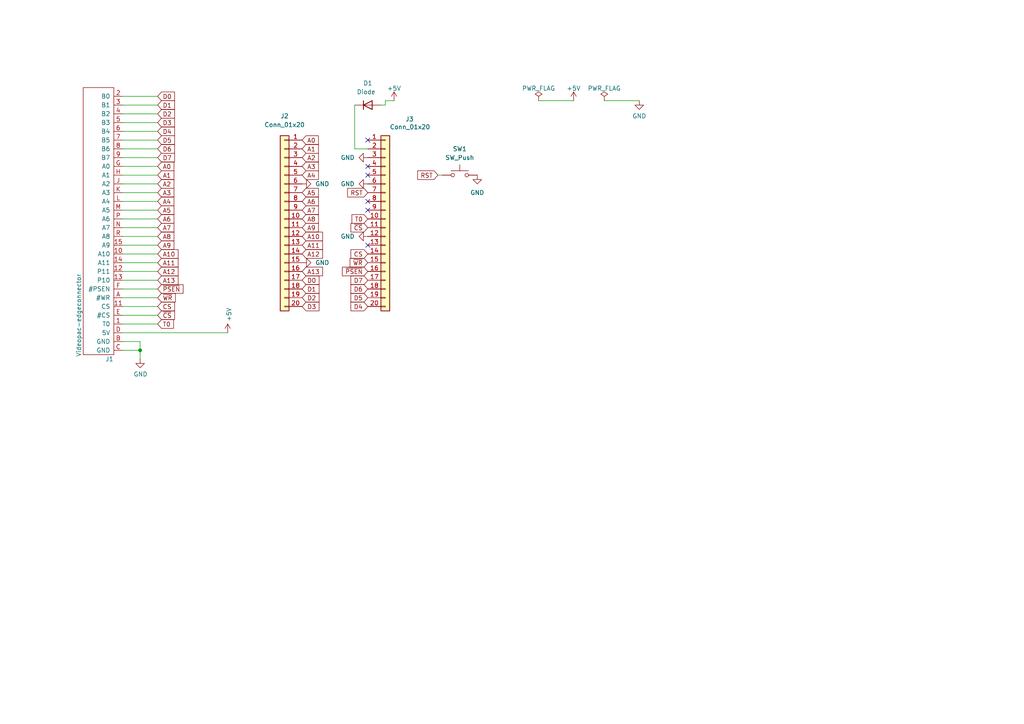
<source format=kicad_sch>
(kicad_sch
	(version 20231120)
	(generator "eeschema")
	(generator_version "8.0")
	(uuid "68240c80-fd35-423c-99b6-fc0e26593664")
	(paper "A4")
	(title_block
		(title "Videopac USBCART")
		(date "2019-05-05")
		(rev "1.1")
		(comment 1 "Drawn by BWACK. Based on C64FC by Stian Søreng")
	)
	(lib_symbols
		(symbol "Connector_Generic:Conn_01x20"
			(pin_names
				(offset 1.016) hide)
			(exclude_from_sim no)
			(in_bom yes)
			(on_board yes)
			(property "Reference" "J"
				(at 0 25.4 0)
				(effects
					(font
						(size 1.27 1.27)
					)
				)
			)
			(property "Value" "Conn_01x20"
				(at 0 -27.94 0)
				(effects
					(font
						(size 1.27 1.27)
					)
				)
			)
			(property "Footprint" ""
				(at 0 0 0)
				(effects
					(font
						(size 1.27 1.27)
					)
					(hide yes)
				)
			)
			(property "Datasheet" "~"
				(at 0 0 0)
				(effects
					(font
						(size 1.27 1.27)
					)
					(hide yes)
				)
			)
			(property "Description" "Generic connector, single row, 01x20, script generated (kicad-library-utils/schlib/autogen/connector/)"
				(at 0 0 0)
				(effects
					(font
						(size 1.27 1.27)
					)
					(hide yes)
				)
			)
			(property "ki_keywords" "connector"
				(at 0 0 0)
				(effects
					(font
						(size 1.27 1.27)
					)
					(hide yes)
				)
			)
			(property "ki_fp_filters" "Connector*:*_1x??_*"
				(at 0 0 0)
				(effects
					(font
						(size 1.27 1.27)
					)
					(hide yes)
				)
			)
			(symbol "Conn_01x20_1_1"
				(rectangle
					(start -1.27 -25.273)
					(end 0 -25.527)
					(stroke
						(width 0.1524)
						(type default)
					)
					(fill
						(type none)
					)
				)
				(rectangle
					(start -1.27 -22.733)
					(end 0 -22.987)
					(stroke
						(width 0.1524)
						(type default)
					)
					(fill
						(type none)
					)
				)
				(rectangle
					(start -1.27 -20.193)
					(end 0 -20.447)
					(stroke
						(width 0.1524)
						(type default)
					)
					(fill
						(type none)
					)
				)
				(rectangle
					(start -1.27 -17.653)
					(end 0 -17.907)
					(stroke
						(width 0.1524)
						(type default)
					)
					(fill
						(type none)
					)
				)
				(rectangle
					(start -1.27 -15.113)
					(end 0 -15.367)
					(stroke
						(width 0.1524)
						(type default)
					)
					(fill
						(type none)
					)
				)
				(rectangle
					(start -1.27 -12.573)
					(end 0 -12.827)
					(stroke
						(width 0.1524)
						(type default)
					)
					(fill
						(type none)
					)
				)
				(rectangle
					(start -1.27 -10.033)
					(end 0 -10.287)
					(stroke
						(width 0.1524)
						(type default)
					)
					(fill
						(type none)
					)
				)
				(rectangle
					(start -1.27 -7.493)
					(end 0 -7.747)
					(stroke
						(width 0.1524)
						(type default)
					)
					(fill
						(type none)
					)
				)
				(rectangle
					(start -1.27 -4.953)
					(end 0 -5.207)
					(stroke
						(width 0.1524)
						(type default)
					)
					(fill
						(type none)
					)
				)
				(rectangle
					(start -1.27 -2.413)
					(end 0 -2.667)
					(stroke
						(width 0.1524)
						(type default)
					)
					(fill
						(type none)
					)
				)
				(rectangle
					(start -1.27 0.127)
					(end 0 -0.127)
					(stroke
						(width 0.1524)
						(type default)
					)
					(fill
						(type none)
					)
				)
				(rectangle
					(start -1.27 2.667)
					(end 0 2.413)
					(stroke
						(width 0.1524)
						(type default)
					)
					(fill
						(type none)
					)
				)
				(rectangle
					(start -1.27 5.207)
					(end 0 4.953)
					(stroke
						(width 0.1524)
						(type default)
					)
					(fill
						(type none)
					)
				)
				(rectangle
					(start -1.27 7.747)
					(end 0 7.493)
					(stroke
						(width 0.1524)
						(type default)
					)
					(fill
						(type none)
					)
				)
				(rectangle
					(start -1.27 10.287)
					(end 0 10.033)
					(stroke
						(width 0.1524)
						(type default)
					)
					(fill
						(type none)
					)
				)
				(rectangle
					(start -1.27 12.827)
					(end 0 12.573)
					(stroke
						(width 0.1524)
						(type default)
					)
					(fill
						(type none)
					)
				)
				(rectangle
					(start -1.27 15.367)
					(end 0 15.113)
					(stroke
						(width 0.1524)
						(type default)
					)
					(fill
						(type none)
					)
				)
				(rectangle
					(start -1.27 17.907)
					(end 0 17.653)
					(stroke
						(width 0.1524)
						(type default)
					)
					(fill
						(type none)
					)
				)
				(rectangle
					(start -1.27 20.447)
					(end 0 20.193)
					(stroke
						(width 0.1524)
						(type default)
					)
					(fill
						(type none)
					)
				)
				(rectangle
					(start -1.27 22.987)
					(end 0 22.733)
					(stroke
						(width 0.1524)
						(type default)
					)
					(fill
						(type none)
					)
				)
				(rectangle
					(start -1.27 24.13)
					(end 1.27 -26.67)
					(stroke
						(width 0.254)
						(type default)
					)
					(fill
						(type background)
					)
				)
				(pin passive line
					(at -5.08 22.86 0)
					(length 3.81)
					(name "Pin_1"
						(effects
							(font
								(size 1.27 1.27)
							)
						)
					)
					(number "1"
						(effects
							(font
								(size 1.27 1.27)
							)
						)
					)
				)
				(pin passive line
					(at -5.08 0 0)
					(length 3.81)
					(name "Pin_10"
						(effects
							(font
								(size 1.27 1.27)
							)
						)
					)
					(number "10"
						(effects
							(font
								(size 1.27 1.27)
							)
						)
					)
				)
				(pin passive line
					(at -5.08 -2.54 0)
					(length 3.81)
					(name "Pin_11"
						(effects
							(font
								(size 1.27 1.27)
							)
						)
					)
					(number "11"
						(effects
							(font
								(size 1.27 1.27)
							)
						)
					)
				)
				(pin passive line
					(at -5.08 -5.08 0)
					(length 3.81)
					(name "Pin_12"
						(effects
							(font
								(size 1.27 1.27)
							)
						)
					)
					(number "12"
						(effects
							(font
								(size 1.27 1.27)
							)
						)
					)
				)
				(pin passive line
					(at -5.08 -7.62 0)
					(length 3.81)
					(name "Pin_13"
						(effects
							(font
								(size 1.27 1.27)
							)
						)
					)
					(number "13"
						(effects
							(font
								(size 1.27 1.27)
							)
						)
					)
				)
				(pin passive line
					(at -5.08 -10.16 0)
					(length 3.81)
					(name "Pin_14"
						(effects
							(font
								(size 1.27 1.27)
							)
						)
					)
					(number "14"
						(effects
							(font
								(size 1.27 1.27)
							)
						)
					)
				)
				(pin passive line
					(at -5.08 -12.7 0)
					(length 3.81)
					(name "Pin_15"
						(effects
							(font
								(size 1.27 1.27)
							)
						)
					)
					(number "15"
						(effects
							(font
								(size 1.27 1.27)
							)
						)
					)
				)
				(pin passive line
					(at -5.08 -15.24 0)
					(length 3.81)
					(name "Pin_16"
						(effects
							(font
								(size 1.27 1.27)
							)
						)
					)
					(number "16"
						(effects
							(font
								(size 1.27 1.27)
							)
						)
					)
				)
				(pin passive line
					(at -5.08 -17.78 0)
					(length 3.81)
					(name "Pin_17"
						(effects
							(font
								(size 1.27 1.27)
							)
						)
					)
					(number "17"
						(effects
							(font
								(size 1.27 1.27)
							)
						)
					)
				)
				(pin passive line
					(at -5.08 -20.32 0)
					(length 3.81)
					(name "Pin_18"
						(effects
							(font
								(size 1.27 1.27)
							)
						)
					)
					(number "18"
						(effects
							(font
								(size 1.27 1.27)
							)
						)
					)
				)
				(pin passive line
					(at -5.08 -22.86 0)
					(length 3.81)
					(name "Pin_19"
						(effects
							(font
								(size 1.27 1.27)
							)
						)
					)
					(number "19"
						(effects
							(font
								(size 1.27 1.27)
							)
						)
					)
				)
				(pin passive line
					(at -5.08 20.32 0)
					(length 3.81)
					(name "Pin_2"
						(effects
							(font
								(size 1.27 1.27)
							)
						)
					)
					(number "2"
						(effects
							(font
								(size 1.27 1.27)
							)
						)
					)
				)
				(pin passive line
					(at -5.08 -25.4 0)
					(length 3.81)
					(name "Pin_20"
						(effects
							(font
								(size 1.27 1.27)
							)
						)
					)
					(number "20"
						(effects
							(font
								(size 1.27 1.27)
							)
						)
					)
				)
				(pin passive line
					(at -5.08 17.78 0)
					(length 3.81)
					(name "Pin_3"
						(effects
							(font
								(size 1.27 1.27)
							)
						)
					)
					(number "3"
						(effects
							(font
								(size 1.27 1.27)
							)
						)
					)
				)
				(pin passive line
					(at -5.08 15.24 0)
					(length 3.81)
					(name "Pin_4"
						(effects
							(font
								(size 1.27 1.27)
							)
						)
					)
					(number "4"
						(effects
							(font
								(size 1.27 1.27)
							)
						)
					)
				)
				(pin passive line
					(at -5.08 12.7 0)
					(length 3.81)
					(name "Pin_5"
						(effects
							(font
								(size 1.27 1.27)
							)
						)
					)
					(number "5"
						(effects
							(font
								(size 1.27 1.27)
							)
						)
					)
				)
				(pin passive line
					(at -5.08 10.16 0)
					(length 3.81)
					(name "Pin_6"
						(effects
							(font
								(size 1.27 1.27)
							)
						)
					)
					(number "6"
						(effects
							(font
								(size 1.27 1.27)
							)
						)
					)
				)
				(pin passive line
					(at -5.08 7.62 0)
					(length 3.81)
					(name "Pin_7"
						(effects
							(font
								(size 1.27 1.27)
							)
						)
					)
					(number "7"
						(effects
							(font
								(size 1.27 1.27)
							)
						)
					)
				)
				(pin passive line
					(at -5.08 5.08 0)
					(length 3.81)
					(name "Pin_8"
						(effects
							(font
								(size 1.27 1.27)
							)
						)
					)
					(number "8"
						(effects
							(font
								(size 1.27 1.27)
							)
						)
					)
				)
				(pin passive line
					(at -5.08 2.54 0)
					(length 3.81)
					(name "Pin_9"
						(effects
							(font
								(size 1.27 1.27)
							)
						)
					)
					(number "9"
						(effects
							(font
								(size 1.27 1.27)
							)
						)
					)
				)
			)
		)
		(symbol "Device:D"
			(pin_numbers hide)
			(pin_names
				(offset 1.016) hide)
			(exclude_from_sim no)
			(in_bom yes)
			(on_board yes)
			(property "Reference" "D"
				(at 0 2.54 0)
				(effects
					(font
						(size 1.27 1.27)
					)
				)
			)
			(property "Value" "D"
				(at 0 -2.54 0)
				(effects
					(font
						(size 1.27 1.27)
					)
				)
			)
			(property "Footprint" ""
				(at 0 0 0)
				(effects
					(font
						(size 1.27 1.27)
					)
					(hide yes)
				)
			)
			(property "Datasheet" "~"
				(at 0 0 0)
				(effects
					(font
						(size 1.27 1.27)
					)
					(hide yes)
				)
			)
			(property "Description" "Diode"
				(at 0 0 0)
				(effects
					(font
						(size 1.27 1.27)
					)
					(hide yes)
				)
			)
			(property "Sim.Device" "D"
				(at 0 0 0)
				(effects
					(font
						(size 1.27 1.27)
					)
					(hide yes)
				)
			)
			(property "Sim.Pins" "1=K 2=A"
				(at 0 0 0)
				(effects
					(font
						(size 1.27 1.27)
					)
					(hide yes)
				)
			)
			(property "ki_keywords" "diode"
				(at 0 0 0)
				(effects
					(font
						(size 1.27 1.27)
					)
					(hide yes)
				)
			)
			(property "ki_fp_filters" "TO-???* *_Diode_* *SingleDiode* D_*"
				(at 0 0 0)
				(effects
					(font
						(size 1.27 1.27)
					)
					(hide yes)
				)
			)
			(symbol "D_0_1"
				(polyline
					(pts
						(xy -1.27 1.27) (xy -1.27 -1.27)
					)
					(stroke
						(width 0.254)
						(type default)
					)
					(fill
						(type none)
					)
				)
				(polyline
					(pts
						(xy 1.27 0) (xy -1.27 0)
					)
					(stroke
						(width 0)
						(type default)
					)
					(fill
						(type none)
					)
				)
				(polyline
					(pts
						(xy 1.27 1.27) (xy 1.27 -1.27) (xy -1.27 0) (xy 1.27 1.27)
					)
					(stroke
						(width 0.254)
						(type default)
					)
					(fill
						(type none)
					)
				)
			)
			(symbol "D_1_1"
				(pin passive line
					(at -3.81 0 0)
					(length 2.54)
					(name "K"
						(effects
							(font
								(size 1.27 1.27)
							)
						)
					)
					(number "1"
						(effects
							(font
								(size 1.27 1.27)
							)
						)
					)
				)
				(pin passive line
					(at 3.81 0 180)
					(length 2.54)
					(name "A"
						(effects
							(font
								(size 1.27 1.27)
							)
						)
					)
					(number "2"
						(effects
							(font
								(size 1.27 1.27)
							)
						)
					)
				)
			)
		)
		(symbol "Switch:SW_Push"
			(pin_numbers hide)
			(pin_names
				(offset 1.016) hide)
			(exclude_from_sim no)
			(in_bom yes)
			(on_board yes)
			(property "Reference" "SW"
				(at 1.27 2.54 0)
				(effects
					(font
						(size 1.27 1.27)
					)
					(justify left)
				)
			)
			(property "Value" "SW_Push"
				(at 0 -1.524 0)
				(effects
					(font
						(size 1.27 1.27)
					)
				)
			)
			(property "Footprint" ""
				(at 0 5.08 0)
				(effects
					(font
						(size 1.27 1.27)
					)
					(hide yes)
				)
			)
			(property "Datasheet" "~"
				(at 0 5.08 0)
				(effects
					(font
						(size 1.27 1.27)
					)
					(hide yes)
				)
			)
			(property "Description" "Push button switch, generic, two pins"
				(at 0 0 0)
				(effects
					(font
						(size 1.27 1.27)
					)
					(hide yes)
				)
			)
			(property "ki_keywords" "switch normally-open pushbutton push-button"
				(at 0 0 0)
				(effects
					(font
						(size 1.27 1.27)
					)
					(hide yes)
				)
			)
			(symbol "SW_Push_0_1"
				(circle
					(center -2.032 0)
					(radius 0.508)
					(stroke
						(width 0)
						(type default)
					)
					(fill
						(type none)
					)
				)
				(polyline
					(pts
						(xy 0 1.27) (xy 0 3.048)
					)
					(stroke
						(width 0)
						(type default)
					)
					(fill
						(type none)
					)
				)
				(polyline
					(pts
						(xy 2.54 1.27) (xy -2.54 1.27)
					)
					(stroke
						(width 0)
						(type default)
					)
					(fill
						(type none)
					)
				)
				(circle
					(center 2.032 0)
					(radius 0.508)
					(stroke
						(width 0)
						(type default)
					)
					(fill
						(type none)
					)
				)
				(pin passive line
					(at -5.08 0 0)
					(length 2.54)
					(name "1"
						(effects
							(font
								(size 1.27 1.27)
							)
						)
					)
					(number "1"
						(effects
							(font
								(size 1.27 1.27)
							)
						)
					)
				)
				(pin passive line
					(at 5.08 0 180)
					(length 2.54)
					(name "2"
						(effects
							(font
								(size 1.27 1.27)
							)
						)
					)
					(number "2"
						(effects
							(font
								(size 1.27 1.27)
							)
						)
					)
				)
			)
		)
		(symbol "power:+5V"
			(power)
			(pin_numbers hide)
			(pin_names
				(offset 0) hide)
			(exclude_from_sim no)
			(in_bom yes)
			(on_board yes)
			(property "Reference" "#PWR"
				(at 0 -3.81 0)
				(effects
					(font
						(size 1.27 1.27)
					)
					(hide yes)
				)
			)
			(property "Value" "+5V"
				(at 0 3.556 0)
				(effects
					(font
						(size 1.27 1.27)
					)
				)
			)
			(property "Footprint" ""
				(at 0 0 0)
				(effects
					(font
						(size 1.27 1.27)
					)
					(hide yes)
				)
			)
			(property "Datasheet" ""
				(at 0 0 0)
				(effects
					(font
						(size 1.27 1.27)
					)
					(hide yes)
				)
			)
			(property "Description" "Power symbol creates a global label with name \"+5V\""
				(at 0 0 0)
				(effects
					(font
						(size 1.27 1.27)
					)
					(hide yes)
				)
			)
			(property "ki_keywords" "global power"
				(at 0 0 0)
				(effects
					(font
						(size 1.27 1.27)
					)
					(hide yes)
				)
			)
			(symbol "+5V_0_1"
				(polyline
					(pts
						(xy -0.762 1.27) (xy 0 2.54)
					)
					(stroke
						(width 0)
						(type default)
					)
					(fill
						(type none)
					)
				)
				(polyline
					(pts
						(xy 0 0) (xy 0 2.54)
					)
					(stroke
						(width 0)
						(type default)
					)
					(fill
						(type none)
					)
				)
				(polyline
					(pts
						(xy 0 2.54) (xy 0.762 1.27)
					)
					(stroke
						(width 0)
						(type default)
					)
					(fill
						(type none)
					)
				)
			)
			(symbol "+5V_1_1"
				(pin power_in line
					(at 0 0 90)
					(length 0)
					(name "~"
						(effects
							(font
								(size 1.27 1.27)
							)
						)
					)
					(number "1"
						(effects
							(font
								(size 1.27 1.27)
							)
						)
					)
				)
			)
		)
		(symbol "power:GND"
			(power)
			(pin_numbers hide)
			(pin_names
				(offset 0) hide)
			(exclude_from_sim no)
			(in_bom yes)
			(on_board yes)
			(property "Reference" "#PWR"
				(at 0 -6.35 0)
				(effects
					(font
						(size 1.27 1.27)
					)
					(hide yes)
				)
			)
			(property "Value" "GND"
				(at 0 -3.81 0)
				(effects
					(font
						(size 1.27 1.27)
					)
				)
			)
			(property "Footprint" ""
				(at 0 0 0)
				(effects
					(font
						(size 1.27 1.27)
					)
					(hide yes)
				)
			)
			(property "Datasheet" ""
				(at 0 0 0)
				(effects
					(font
						(size 1.27 1.27)
					)
					(hide yes)
				)
			)
			(property "Description" "Power symbol creates a global label with name \"GND\" , ground"
				(at 0 0 0)
				(effects
					(font
						(size 1.27 1.27)
					)
					(hide yes)
				)
			)
			(property "ki_keywords" "global power"
				(at 0 0 0)
				(effects
					(font
						(size 1.27 1.27)
					)
					(hide yes)
				)
			)
			(symbol "GND_0_1"
				(polyline
					(pts
						(xy 0 0) (xy 0 -1.27) (xy 1.27 -1.27) (xy 0 -2.54) (xy -1.27 -1.27) (xy 0 -1.27)
					)
					(stroke
						(width 0)
						(type default)
					)
					(fill
						(type none)
					)
				)
			)
			(symbol "GND_1_1"
				(pin power_in line
					(at 0 0 270)
					(length 0)
					(name "~"
						(effects
							(font
								(size 1.27 1.27)
							)
						)
					)
					(number "1"
						(effects
							(font
								(size 1.27 1.27)
							)
						)
					)
				)
			)
		)
		(symbol "power:PWR_FLAG"
			(power)
			(pin_numbers hide)
			(pin_names
				(offset 0) hide)
			(exclude_from_sim no)
			(in_bom yes)
			(on_board yes)
			(property "Reference" "#FLG"
				(at 0 1.905 0)
				(effects
					(font
						(size 1.27 1.27)
					)
					(hide yes)
				)
			)
			(property "Value" "PWR_FLAG"
				(at 0 3.81 0)
				(effects
					(font
						(size 1.27 1.27)
					)
				)
			)
			(property "Footprint" ""
				(at 0 0 0)
				(effects
					(font
						(size 1.27 1.27)
					)
					(hide yes)
				)
			)
			(property "Datasheet" "~"
				(at 0 0 0)
				(effects
					(font
						(size 1.27 1.27)
					)
					(hide yes)
				)
			)
			(property "Description" "Special symbol for telling ERC where power comes from"
				(at 0 0 0)
				(effects
					(font
						(size 1.27 1.27)
					)
					(hide yes)
				)
			)
			(property "ki_keywords" "flag power"
				(at 0 0 0)
				(effects
					(font
						(size 1.27 1.27)
					)
					(hide yes)
				)
			)
			(symbol "PWR_FLAG_0_0"
				(pin power_out line
					(at 0 0 90)
					(length 0)
					(name "~"
						(effects
							(font
								(size 1.27 1.27)
							)
						)
					)
					(number "1"
						(effects
							(font
								(size 1.27 1.27)
							)
						)
					)
				)
			)
			(symbol "PWR_FLAG_0_1"
				(polyline
					(pts
						(xy 0 0) (xy 0 1.27) (xy -1.016 1.905) (xy 0 2.54) (xy 1.016 1.905) (xy 0 1.27)
					)
					(stroke
						(width 0)
						(type default)
					)
					(fill
						(type none)
					)
				)
			)
		)
		(symbol "videopac-edgeconnector:Videopac-edgeconnector"
			(pin_names
				(offset 1.016)
			)
			(exclude_from_sim no)
			(in_bom yes)
			(on_board yes)
			(property "Reference" "J"
				(at 3.81 45.72 0)
				(effects
					(font
						(size 1.27 1.27)
					)
				)
			)
			(property "Value" "Videopac-edgeconnector"
				(at 0 -21.59 90)
				(effects
					(font
						(size 1.27 1.27)
					)
				)
			)
			(property "Footprint" ""
				(at 0 26.67 0)
				(effects
					(font
						(size 1.27 1.27)
					)
					(hide yes)
				)
			)
			(property "Datasheet" ""
				(at 0 26.67 0)
				(effects
					(font
						(size 1.27 1.27)
					)
					(hide yes)
				)
			)
			(property "Description" ""
				(at 0 0 0)
				(effects
					(font
						(size 1.27 1.27)
					)
					(hide yes)
				)
			)
			(symbol "Videopac-edgeconnector_0_1"
				(rectangle
					(start 1.27 44.45)
					(end 10.16 -33.02)
					(stroke
						(width 0)
						(type solid)
					)
					(fill
						(type none)
					)
				)
			)
			(symbol "Videopac-edgeconnector_1_1"
				(pin input line
					(at 12.7 -24.13 180)
					(length 2.54)
					(name "T0"
						(effects
							(font
								(size 1.27 1.27)
							)
						)
					)
					(number "1"
						(effects
							(font
								(size 1.27 1.27)
							)
						)
					)
				)
				(pin input line
					(at 12.7 -3.81 180)
					(length 2.54)
					(name "A10"
						(effects
							(font
								(size 1.27 1.27)
							)
						)
					)
					(number "10"
						(effects
							(font
								(size 1.27 1.27)
							)
						)
					)
				)
				(pin input line
					(at 12.7 -19.05 180)
					(length 2.54)
					(name "CS"
						(effects
							(font
								(size 1.27 1.27)
							)
						)
					)
					(number "11"
						(effects
							(font
								(size 1.27 1.27)
							)
						)
					)
				)
				(pin input line
					(at 12.7 -8.89 180)
					(length 2.54)
					(name "P11"
						(effects
							(font
								(size 1.27 1.27)
							)
						)
					)
					(number "12"
						(effects
							(font
								(size 1.27 1.27)
							)
						)
					)
				)
				(pin input line
					(at 12.7 -11.43 180)
					(length 2.54)
					(name "P10"
						(effects
							(font
								(size 1.27 1.27)
							)
						)
					)
					(number "13"
						(effects
							(font
								(size 1.27 1.27)
							)
						)
					)
				)
				(pin input line
					(at 12.7 -6.35 180)
					(length 2.54)
					(name "A11"
						(effects
							(font
								(size 1.27 1.27)
							)
						)
					)
					(number "14"
						(effects
							(font
								(size 1.27 1.27)
							)
						)
					)
				)
				(pin input line
					(at 12.7 -1.27 180)
					(length 2.54)
					(name "A9"
						(effects
							(font
								(size 1.27 1.27)
							)
						)
					)
					(number "15"
						(effects
							(font
								(size 1.27 1.27)
							)
						)
					)
				)
				(pin input line
					(at 12.7 41.91 180)
					(length 2.54)
					(name "B0"
						(effects
							(font
								(size 1.27 1.27)
							)
						)
					)
					(number "2"
						(effects
							(font
								(size 1.27 1.27)
							)
						)
					)
				)
				(pin input line
					(at 12.7 39.37 180)
					(length 2.54)
					(name "B1"
						(effects
							(font
								(size 1.27 1.27)
							)
						)
					)
					(number "3"
						(effects
							(font
								(size 1.27 1.27)
							)
						)
					)
				)
				(pin input line
					(at 12.7 36.83 180)
					(length 2.54)
					(name "B2"
						(effects
							(font
								(size 1.27 1.27)
							)
						)
					)
					(number "4"
						(effects
							(font
								(size 1.27 1.27)
							)
						)
					)
				)
				(pin input line
					(at 12.7 34.29 180)
					(length 2.54)
					(name "B3"
						(effects
							(font
								(size 1.27 1.27)
							)
						)
					)
					(number "5"
						(effects
							(font
								(size 1.27 1.27)
							)
						)
					)
				)
				(pin input line
					(at 12.7 31.75 180)
					(length 2.54)
					(name "B4"
						(effects
							(font
								(size 1.27 1.27)
							)
						)
					)
					(number "6"
						(effects
							(font
								(size 1.27 1.27)
							)
						)
					)
				)
				(pin input line
					(at 12.7 29.21 180)
					(length 2.54)
					(name "B5"
						(effects
							(font
								(size 1.27 1.27)
							)
						)
					)
					(number "7"
						(effects
							(font
								(size 1.27 1.27)
							)
						)
					)
				)
				(pin input line
					(at 12.7 26.67 180)
					(length 2.54)
					(name "B6"
						(effects
							(font
								(size 1.27 1.27)
							)
						)
					)
					(number "8"
						(effects
							(font
								(size 1.27 1.27)
							)
						)
					)
				)
				(pin input line
					(at 12.7 24.13 180)
					(length 2.54)
					(name "B7"
						(effects
							(font
								(size 1.27 1.27)
							)
						)
					)
					(number "9"
						(effects
							(font
								(size 1.27 1.27)
							)
						)
					)
				)
				(pin input line
					(at 12.7 -16.51 180)
					(length 2.54)
					(name "#WR"
						(effects
							(font
								(size 1.27 1.27)
							)
						)
					)
					(number "A"
						(effects
							(font
								(size 1.27 1.27)
							)
						)
					)
				)
				(pin power_in line
					(at 12.7 -29.21 180)
					(length 2.54)
					(name "GND"
						(effects
							(font
								(size 1.27 1.27)
							)
						)
					)
					(number "B"
						(effects
							(font
								(size 1.27 1.27)
							)
						)
					)
				)
				(pin power_in line
					(at 12.7 -31.75 180)
					(length 2.54)
					(name "GND"
						(effects
							(font
								(size 1.27 1.27)
							)
						)
					)
					(number "C"
						(effects
							(font
								(size 1.27 1.27)
							)
						)
					)
				)
				(pin power_in line
					(at 12.7 -26.67 180)
					(length 2.54)
					(name "5V"
						(effects
							(font
								(size 1.27 1.27)
							)
						)
					)
					(number "D"
						(effects
							(font
								(size 1.27 1.27)
							)
						)
					)
				)
				(pin input line
					(at 12.7 -21.59 180)
					(length 2.54)
					(name "#CS"
						(effects
							(font
								(size 1.27 1.27)
							)
						)
					)
					(number "E"
						(effects
							(font
								(size 1.27 1.27)
							)
						)
					)
				)
				(pin input line
					(at 12.7 -13.97 180)
					(length 2.54)
					(name "#PSEN"
						(effects
							(font
								(size 1.27 1.27)
							)
						)
					)
					(number "F"
						(effects
							(font
								(size 1.27 1.27)
							)
						)
					)
				)
				(pin input line
					(at 12.7 21.59 180)
					(length 2.54)
					(name "A0"
						(effects
							(font
								(size 1.27 1.27)
							)
						)
					)
					(number "G"
						(effects
							(font
								(size 1.27 1.27)
							)
						)
					)
				)
				(pin input line
					(at 12.7 19.05 180)
					(length 2.54)
					(name "A1"
						(effects
							(font
								(size 1.27 1.27)
							)
						)
					)
					(number "H"
						(effects
							(font
								(size 1.27 1.27)
							)
						)
					)
				)
				(pin input line
					(at 12.7 16.51 180)
					(length 2.54)
					(name "A2"
						(effects
							(font
								(size 1.27 1.27)
							)
						)
					)
					(number "J"
						(effects
							(font
								(size 1.27 1.27)
							)
						)
					)
				)
				(pin input line
					(at 12.7 13.97 180)
					(length 2.54)
					(name "A3"
						(effects
							(font
								(size 1.27 1.27)
							)
						)
					)
					(number "K"
						(effects
							(font
								(size 1.27 1.27)
							)
						)
					)
				)
				(pin input line
					(at 12.7 11.43 180)
					(length 2.54)
					(name "A4"
						(effects
							(font
								(size 1.27 1.27)
							)
						)
					)
					(number "L"
						(effects
							(font
								(size 1.27 1.27)
							)
						)
					)
				)
				(pin input line
					(at 12.7 8.89 180)
					(length 2.54)
					(name "A5"
						(effects
							(font
								(size 1.27 1.27)
							)
						)
					)
					(number "M"
						(effects
							(font
								(size 1.27 1.27)
							)
						)
					)
				)
				(pin input line
					(at 12.7 3.81 180)
					(length 2.54)
					(name "A7"
						(effects
							(font
								(size 1.27 1.27)
							)
						)
					)
					(number "N"
						(effects
							(font
								(size 1.27 1.27)
							)
						)
					)
				)
				(pin input line
					(at 12.7 6.35 180)
					(length 2.54)
					(name "A6"
						(effects
							(font
								(size 1.27 1.27)
							)
						)
					)
					(number "P"
						(effects
							(font
								(size 1.27 1.27)
							)
						)
					)
				)
				(pin input line
					(at 12.7 1.27 180)
					(length 2.54)
					(name "A8"
						(effects
							(font
								(size 1.27 1.27)
							)
						)
					)
					(number "R"
						(effects
							(font
								(size 1.27 1.27)
							)
						)
					)
				)
			)
		)
	)
	(junction
		(at 40.64 101.6)
		(diameter 0)
		(color 0 0 0 0)
		(uuid "12cb2b8d-eb75-47be-b91d-d5f5524dbb65")
	)
	(no_connect
		(at 106.68 71.12)
		(uuid "8b57c69f-e188-45f8-b31d-e9c1f99f2e21")
	)
	(no_connect
		(at 106.68 60.96)
		(uuid "90373a6d-d186-422a-b83e-f5b552e0f078")
	)
	(no_connect
		(at 106.68 48.26)
		(uuid "936b4741-2f47-4475-811a-df0f82e39ff7")
	)
	(no_connect
		(at 106.68 50.8)
		(uuid "b205ccce-c980-4e3a-a543-3dcc522b9ad9")
	)
	(no_connect
		(at 106.68 58.42)
		(uuid "da2d0310-1071-4f46-9151-eb09bccbbd71")
	)
	(no_connect
		(at 106.68 40.64)
		(uuid "ddc68812-ef18-4fd0-8a85-a95d10d039c8")
	)
	(wire
		(pts
			(xy 35.56 66.04) (xy 45.72 66.04)
		)
		(stroke
			(width 0)
			(type default)
		)
		(uuid "02a4895e-d8b6-4615-9363-b93a67e5c7f1")
	)
	(wire
		(pts
			(xy 111.76 30.48) (xy 110.49 30.48)
		)
		(stroke
			(width 0)
			(type default)
		)
		(uuid "0c490ee6-fa5c-4adf-ac06-daa11b573466")
	)
	(wire
		(pts
			(xy 156.21 29.21) (xy 166.37 29.21)
		)
		(stroke
			(width 0)
			(type default)
		)
		(uuid "10ed964e-28fc-49fe-81bf-03ee40d21490")
	)
	(wire
		(pts
			(xy 40.64 99.06) (xy 40.64 101.6)
		)
		(stroke
			(width 0)
			(type default)
		)
		(uuid "1d919c4f-2028-4a09-b304-986c781a39e5")
	)
	(wire
		(pts
			(xy 35.56 73.66) (xy 45.72 73.66)
		)
		(stroke
			(width 0)
			(type default)
		)
		(uuid "1fd8b0fd-6453-42c3-957a-5b508d6836c3")
	)
	(wire
		(pts
			(xy 35.56 50.8) (xy 45.72 50.8)
		)
		(stroke
			(width 0)
			(type default)
		)
		(uuid "27d5bde3-8581-4866-a33d-832349ef1702")
	)
	(wire
		(pts
			(xy 175.26 29.21) (xy 185.42 29.21)
		)
		(stroke
			(width 0)
			(type default)
		)
		(uuid "2b89432d-066c-4ee2-b02a-32dbcbbfd9d7")
	)
	(wire
		(pts
			(xy 102.87 43.18) (xy 106.68 43.18)
		)
		(stroke
			(width 0)
			(type default)
		)
		(uuid "35d4914a-6b5d-4543-98de-85c095d59238")
	)
	(wire
		(pts
			(xy 127 50.8) (xy 128.27 50.8)
		)
		(stroke
			(width 0)
			(type default)
		)
		(uuid "3625ea1b-5637-4b4b-a3fd-f3220ebce2b8")
	)
	(wire
		(pts
			(xy 35.56 48.26) (xy 45.72 48.26)
		)
		(stroke
			(width 0)
			(type default)
		)
		(uuid "3a8282a1-1c3b-4ae2-81d2-ec171a4ba92b")
	)
	(wire
		(pts
			(xy 35.56 45.72) (xy 45.72 45.72)
		)
		(stroke
			(width 0)
			(type default)
		)
		(uuid "3c34be16-3031-4ad4-9803-483c80b9bf84")
	)
	(wire
		(pts
			(xy 35.56 27.94) (xy 45.72 27.94)
		)
		(stroke
			(width 0)
			(type default)
		)
		(uuid "47264b51-b73a-4558-a57d-d117c7f3cf00")
	)
	(wire
		(pts
			(xy 35.56 43.18) (xy 45.72 43.18)
		)
		(stroke
			(width 0)
			(type default)
		)
		(uuid "47bb1010-e0cd-4f33-a01e-63bd66391623")
	)
	(wire
		(pts
			(xy 35.56 76.2) (xy 45.72 76.2)
		)
		(stroke
			(width 0)
			(type default)
		)
		(uuid "47ea42d5-b582-4641-bcf4-3d1fb54c2fef")
	)
	(wire
		(pts
			(xy 114.3 29.21) (xy 111.76 29.21)
		)
		(stroke
			(width 0)
			(type default)
		)
		(uuid "4b5ce233-cba8-4f93-9518-5e88927f53d6")
	)
	(wire
		(pts
			(xy 35.56 40.64) (xy 45.72 40.64)
		)
		(stroke
			(width 0)
			(type default)
		)
		(uuid "51233c80-74aa-46f3-bb79-3078bf91253a")
	)
	(wire
		(pts
			(xy 35.56 53.34) (xy 45.72 53.34)
		)
		(stroke
			(width 0)
			(type default)
		)
		(uuid "53c95efd-32b2-4922-ad30-677190c3b801")
	)
	(wire
		(pts
			(xy 35.56 96.52) (xy 66.04 96.52)
		)
		(stroke
			(width 0)
			(type default)
		)
		(uuid "542825a3-eaf8-478c-b886-e740cd90f07e")
	)
	(wire
		(pts
			(xy 35.56 33.02) (xy 45.72 33.02)
		)
		(stroke
			(width 0)
			(type default)
		)
		(uuid "620e85d3-1912-4bd5-bee5-2982a42a1afb")
	)
	(wire
		(pts
			(xy 35.56 83.82) (xy 45.72 83.82)
		)
		(stroke
			(width 0)
			(type default)
		)
		(uuid "69f8bf67-69f4-4f4e-8949-48fa11ef0bb6")
	)
	(wire
		(pts
			(xy 35.56 78.74) (xy 45.72 78.74)
		)
		(stroke
			(width 0)
			(type default)
		)
		(uuid "6fe18e41-5cad-4670-b58e-915663d4d5cd")
	)
	(wire
		(pts
			(xy 40.64 104.14) (xy 40.64 101.6)
		)
		(stroke
			(width 0)
			(type default)
		)
		(uuid "750396d3-32c5-44d7-94fd-f6ed111bbc70")
	)
	(wire
		(pts
			(xy 35.56 99.06) (xy 40.64 99.06)
		)
		(stroke
			(width 0)
			(type default)
		)
		(uuid "7b1477b3-242a-4953-a273-656c2fecde06")
	)
	(wire
		(pts
			(xy 111.76 29.21) (xy 111.76 30.48)
		)
		(stroke
			(width 0)
			(type default)
		)
		(uuid "8327db54-465b-45f0-b557-a61abdf363d2")
	)
	(wire
		(pts
			(xy 35.56 30.48) (xy 45.72 30.48)
		)
		(stroke
			(width 0)
			(type default)
		)
		(uuid "84f37375-4c5e-4daa-84f7-7109c20b7660")
	)
	(wire
		(pts
			(xy 35.56 93.98) (xy 45.72 93.98)
		)
		(stroke
			(width 0)
			(type default)
		)
		(uuid "86bca85e-82e5-4cd2-820d-e198bb50e4b7")
	)
	(wire
		(pts
			(xy 35.56 35.56) (xy 45.72 35.56)
		)
		(stroke
			(width 0)
			(type default)
		)
		(uuid "87a41e16-1351-426e-a117-6ab70c7d0e31")
	)
	(wire
		(pts
			(xy 35.56 55.88) (xy 45.72 55.88)
		)
		(stroke
			(width 0)
			(type default)
		)
		(uuid "992ad064-cb2e-4974-a4c9-ecda04568299")
	)
	(wire
		(pts
			(xy 35.56 60.96) (xy 45.72 60.96)
		)
		(stroke
			(width 0)
			(type default)
		)
		(uuid "a91bc423-e4d8-4114-9c2c-1c4bda626208")
	)
	(wire
		(pts
			(xy 35.56 58.42) (xy 45.72 58.42)
		)
		(stroke
			(width 0)
			(type default)
		)
		(uuid "a9b702af-62c3-4457-b351-b0f35b6e9873")
	)
	(wire
		(pts
			(xy 35.56 86.36) (xy 45.72 86.36)
		)
		(stroke
			(width 0)
			(type default)
		)
		(uuid "ab7fdf8e-2e56-4602-a735-0840530e8872")
	)
	(wire
		(pts
			(xy 40.64 101.6) (xy 35.56 101.6)
		)
		(stroke
			(width 0)
			(type default)
		)
		(uuid "acdca63d-0ef0-4662-8d9f-92af15365e41")
	)
	(wire
		(pts
			(xy 35.56 88.9) (xy 45.72 88.9)
		)
		(stroke
			(width 0)
			(type default)
		)
		(uuid "b98666a2-2ead-496b-bd75-909067e6a2d9")
	)
	(wire
		(pts
			(xy 35.56 63.5) (xy 45.72 63.5)
		)
		(stroke
			(width 0)
			(type default)
		)
		(uuid "c998eb49-96c8-40b9-8332-0e2f78bb57b2")
	)
	(wire
		(pts
			(xy 35.56 68.58) (xy 45.72 68.58)
		)
		(stroke
			(width 0)
			(type default)
		)
		(uuid "cf5c05ea-2375-4eaa-b970-2336e919feca")
	)
	(wire
		(pts
			(xy 102.87 30.48) (xy 102.87 43.18)
		)
		(stroke
			(width 0)
			(type default)
		)
		(uuid "d6b4c9c0-1d00-4e70-9e3f-1b000db5ed8d")
	)
	(wire
		(pts
			(xy 35.56 91.44) (xy 45.72 91.44)
		)
		(stroke
			(width 0)
			(type default)
		)
		(uuid "d79bb917-d887-41e7-9a8f-07bba5d9e8d2")
	)
	(wire
		(pts
			(xy 35.56 81.28) (xy 45.72 81.28)
		)
		(stroke
			(width 0)
			(type default)
		)
		(uuid "e9ae9d67-140d-4b2a-bbd7-5b6969b351b6")
	)
	(wire
		(pts
			(xy 35.56 71.12) (xy 45.72 71.12)
		)
		(stroke
			(width 0)
			(type default)
		)
		(uuid "f10e590e-cde8-4bce-8f87-19439036a826")
	)
	(wire
		(pts
			(xy 35.56 38.1) (xy 45.72 38.1)
		)
		(stroke
			(width 0)
			(type default)
		)
		(uuid "fd7a6051-39e3-46a8-b071-3eccb2bf577b")
	)
	(global_label "D0"
		(shape input)
		(at 87.63 81.28 0)
		(fields_autoplaced yes)
		(effects
			(font
				(size 1.27 1.27)
			)
			(justify left)
		)
		(uuid "063295cd-ba55-4928-9dac-a07ace1fe99b")
		(property "Intersheetrefs" "${INTERSHEET_REFS}"
			(at 92.4337 81.2006 0)
			(effects
				(font
					(size 1.27 1.27)
				)
				(justify left)
				(hide yes)
			)
		)
	)
	(global_label "A5"
		(shape input)
		(at 87.63 55.88 0)
		(fields_autoplaced yes)
		(effects
			(font
				(size 1.27 1.27)
			)
			(justify left)
		)
		(uuid "0cdb6486-ec5c-4f45-ba11-5ca918623253")
		(property "Intersheetrefs" "${INTERSHEET_REFS}"
			(at 92.2523 55.8006 0)
			(effects
				(font
					(size 1.27 1.27)
				)
				(justify left)
				(hide yes)
			)
		)
	)
	(global_label "A7"
		(shape input)
		(at 45.72 66.04 0)
		(fields_autoplaced yes)
		(effects
			(font
				(size 1.27 1.27)
			)
			(justify left)
		)
		(uuid "12467f00-31a5-4a06-86cf-d7a1bd5650a8")
		(property "Intersheetrefs" "${INTERSHEET_REFS}"
			(at 50.3423 65.9606 0)
			(effects
				(font
					(size 1.27 1.27)
				)
				(justify left)
				(hide yes)
			)
		)
	)
	(global_label "~{CS}"
		(shape input)
		(at 45.72 91.44 0)
		(fields_autoplaced yes)
		(effects
			(font
				(size 1.27 1.27)
			)
			(justify left)
		)
		(uuid "12dfd9ce-17f7-49ad-9410-e2e4ce055363")
		(property "Intersheetrefs" "${INTERSHEET_REFS}"
			(at 50.5305 91.44 0)
			(effects
				(font
					(size 1.27 1.27)
				)
				(justify left)
				(hide yes)
			)
		)
	)
	(global_label "~{CS}"
		(shape input)
		(at 106.68 66.04 180)
		(fields_autoplaced yes)
		(effects
			(font
				(size 1.27 1.27)
			)
			(justify right)
		)
		(uuid "159421ee-a84f-4823-b1dd-1d2c692622cd")
		(property "Intersheetrefs" "${INTERSHEET_REFS}"
			(at 101.8695 66.04 0)
			(effects
				(font
					(size 1.27 1.27)
				)
				(justify right)
				(hide yes)
			)
		)
	)
	(global_label "A2"
		(shape input)
		(at 45.72 53.34 0)
		(fields_autoplaced yes)
		(effects
			(font
				(size 1.27 1.27)
			)
			(justify left)
		)
		(uuid "289eac49-39e1-4b42-bfe5-c8150040390f")
		(property "Intersheetrefs" "${INTERSHEET_REFS}"
			(at 50.3423 53.2606 0)
			(effects
				(font
					(size 1.27 1.27)
				)
				(justify left)
				(hide yes)
			)
		)
	)
	(global_label "D1"
		(shape input)
		(at 87.63 83.82 0)
		(fields_autoplaced yes)
		(effects
			(font
				(size 1.27 1.27)
			)
			(justify left)
		)
		(uuid "31d544bc-1033-4b25-b827-2862f55d8409")
		(property "Intersheetrefs" "${INTERSHEET_REFS}"
			(at 92.4337 83.7406 0)
			(effects
				(font
					(size 1.27 1.27)
				)
				(justify left)
				(hide yes)
			)
		)
	)
	(global_label "T0"
		(shape input)
		(at 45.72 93.98 0)
		(fields_autoplaced yes)
		(effects
			(font
				(size 1.27 1.27)
			)
			(justify left)
		)
		(uuid "32274505-28d5-4aec-9829-ccfdde3531f9")
		(property "Intersheetrefs" "${INTERSHEET_REFS}"
			(at 50.2281 93.98 0)
			(effects
				(font
					(size 1.27 1.27)
				)
				(justify left)
				(hide yes)
			)
		)
	)
	(global_label "A11"
		(shape input)
		(at 87.63 71.12 0)
		(fields_autoplaced yes)
		(effects
			(font
				(size 1.27 1.27)
			)
			(justify left)
		)
		(uuid "325e6b17-e64c-4947-8f04-d69f3fe61204")
		(property "Intersheetrefs" "${INTERSHEET_REFS}"
			(at 93.4618 71.0406 0)
			(effects
				(font
					(size 1.27 1.27)
				)
				(justify left)
				(hide yes)
			)
		)
	)
	(global_label "A8"
		(shape input)
		(at 45.72 68.58 0)
		(fields_autoplaced yes)
		(effects
			(font
				(size 1.27 1.27)
			)
			(justify left)
		)
		(uuid "3623e36f-ed4b-476d-90bf-7fc7851bf0a3")
		(property "Intersheetrefs" "${INTERSHEET_REFS}"
			(at 50.3423 68.5006 0)
			(effects
				(font
					(size 1.27 1.27)
				)
				(justify left)
				(hide yes)
			)
		)
	)
	(global_label "A6"
		(shape input)
		(at 87.63 58.42 0)
		(fields_autoplaced yes)
		(effects
			(font
				(size 1.27 1.27)
			)
			(justify left)
		)
		(uuid "3f33dd4c-d7eb-47e1-8d04-31d7edbfb42d")
		(property "Intersheetrefs" "${INTERSHEET_REFS}"
			(at 92.2523 58.3406 0)
			(effects
				(font
					(size 1.27 1.27)
				)
				(justify left)
				(hide yes)
			)
		)
	)
	(global_label "CS"
		(shape input)
		(at 106.68 73.66 180)
		(fields_autoplaced yes)
		(effects
			(font
				(size 1.27 1.27)
			)
			(justify right)
		)
		(uuid "41220a91-af8e-44d7-92b4-34e9067d6928")
		(property "Intersheetrefs" "${INTERSHEET_REFS}"
			(at 101.8695 73.66 0)
			(effects
				(font
					(size 1.27 1.27)
				)
				(justify right)
				(hide yes)
			)
		)
	)
	(global_label "D2"
		(shape input)
		(at 45.72 33.02 0)
		(fields_autoplaced yes)
		(effects
			(font
				(size 1.27 1.27)
			)
			(justify left)
		)
		(uuid "433ed577-373a-47b6-ba3d-24e74595c65b")
		(property "Intersheetrefs" "${INTERSHEET_REFS}"
			(at 50.5237 32.9406 0)
			(effects
				(font
					(size 1.27 1.27)
				)
				(justify left)
				(hide yes)
			)
		)
	)
	(global_label "~{WR}"
		(shape input)
		(at 106.68 76.2 180)
		(fields_autoplaced yes)
		(effects
			(font
				(size 1.27 1.27)
			)
			(justify right)
		)
		(uuid "493460a7-6a46-453e-8ad4-28e8bec3327b")
		(property "Intersheetrefs" "${INTERSHEET_REFS}"
			(at 101.6276 76.2 0)
			(effects
				(font
					(size 1.27 1.27)
				)
				(justify right)
				(hide yes)
			)
		)
	)
	(global_label "D5"
		(shape input)
		(at 106.68 86.36 180)
		(fields_autoplaced yes)
		(effects
			(font
				(size 1.27 1.27)
			)
			(justify right)
		)
		(uuid "4dcde9fd-e91a-4514-9d55-42a86d22881e")
		(property "Intersheetrefs" "${INTERSHEET_REFS}"
			(at 101.8763 86.4394 0)
			(effects
				(font
					(size 1.27 1.27)
				)
				(justify right)
				(hide yes)
			)
		)
	)
	(global_label "A0"
		(shape input)
		(at 87.63 40.64 0)
		(fields_autoplaced yes)
		(effects
			(font
				(size 1.27 1.27)
			)
			(justify left)
		)
		(uuid "511fcbd5-e788-4ddb-869c-7f504ed42982")
		(property "Intersheetrefs" "${INTERSHEET_REFS}"
			(at 92.2523 40.5606 0)
			(effects
				(font
					(size 1.27 1.27)
				)
				(justify left)
				(hide yes)
			)
		)
	)
	(global_label "D4"
		(shape input)
		(at 45.72 38.1 0)
		(fields_autoplaced yes)
		(effects
			(font
				(size 1.27 1.27)
			)
			(justify left)
		)
		(uuid "6b8607c1-4663-490b-8148-a219904e82d1")
		(property "Intersheetrefs" "${INTERSHEET_REFS}"
			(at 50.5237 38.0206 0)
			(effects
				(font
					(size 1.27 1.27)
				)
				(justify left)
				(hide yes)
			)
		)
	)
	(global_label "A4"
		(shape input)
		(at 87.63 50.8 0)
		(fields_autoplaced yes)
		(effects
			(font
				(size 1.27 1.27)
			)
			(justify left)
		)
		(uuid "6b8806c6-1882-4ff6-b92b-44cc47cc2d82")
		(property "Intersheetrefs" "${INTERSHEET_REFS}"
			(at 92.2523 50.7206 0)
			(effects
				(font
					(size 1.27 1.27)
				)
				(justify left)
				(hide yes)
			)
		)
	)
	(global_label "A0"
		(shape input)
		(at 45.72 48.26 0)
		(fields_autoplaced yes)
		(effects
			(font
				(size 1.27 1.27)
			)
			(justify left)
		)
		(uuid "7b304c14-7470-439f-bdbc-a0066c84f3b0")
		(property "Intersheetrefs" "${INTERSHEET_REFS}"
			(at 50.3423 48.1806 0)
			(effects
				(font
					(size 1.27 1.27)
				)
				(justify left)
				(hide yes)
			)
		)
	)
	(global_label "A10"
		(shape input)
		(at 45.72 73.66 0)
		(fields_autoplaced yes)
		(effects
			(font
				(size 1.27 1.27)
			)
			(justify left)
		)
		(uuid "7c26c8ac-7300-45b9-8804-a47f705f2b9d")
		(property "Intersheetrefs" "${INTERSHEET_REFS}"
			(at 51.5518 73.5806 0)
			(effects
				(font
					(size 1.27 1.27)
				)
				(justify left)
				(hide yes)
			)
		)
	)
	(global_label "RST"
		(shape input)
		(at 106.68 55.88 180)
		(fields_autoplaced yes)
		(effects
			(font
				(size 1.27 1.27)
			)
			(justify right)
		)
		(uuid "7ddb7fe7-416d-4553-9426-7cc5ff42e013")
		(property "Intersheetrefs" "${INTERSHEET_REFS}"
			(at 100.9019 55.88 0)
			(effects
				(font
					(size 1.27 1.27)
				)
				(justify right)
				(hide yes)
			)
		)
	)
	(global_label "A8"
		(shape input)
		(at 87.63 63.5 0)
		(fields_autoplaced yes)
		(effects
			(font
				(size 1.27 1.27)
			)
			(justify left)
		)
		(uuid "7f4f9138-9519-4c87-85c7-0f04742a4d48")
		(property "Intersheetrefs" "${INTERSHEET_REFS}"
			(at 92.2523 63.4206 0)
			(effects
				(font
					(size 1.27 1.27)
				)
				(justify left)
				(hide yes)
			)
		)
	)
	(global_label "A6"
		(shape input)
		(at 45.72 63.5 0)
		(fields_autoplaced yes)
		(effects
			(font
				(size 1.27 1.27)
			)
			(justify left)
		)
		(uuid "83dc966c-785b-44be-9036-50ffb296e20e")
		(property "Intersheetrefs" "${INTERSHEET_REFS}"
			(at 50.3423 63.4206 0)
			(effects
				(font
					(size 1.27 1.27)
				)
				(justify left)
				(hide yes)
			)
		)
	)
	(global_label "D4"
		(shape input)
		(at 106.68 88.9 180)
		(fields_autoplaced yes)
		(effects
			(font
				(size 1.27 1.27)
			)
			(justify right)
		)
		(uuid "88e420b9-e3aa-4a6c-9c76-bd06bde313e0")
		(property "Intersheetrefs" "${INTERSHEET_REFS}"
			(at 101.8763 88.9794 0)
			(effects
				(font
					(size 1.27 1.27)
				)
				(justify right)
				(hide yes)
			)
		)
	)
	(global_label "A2"
		(shape input)
		(at 87.63 45.72 0)
		(fields_autoplaced yes)
		(effects
			(font
				(size 1.27 1.27)
			)
			(justify left)
		)
		(uuid "92235624-2c3a-4246-8c1b-621fe528b42a")
		(property "Intersheetrefs" "${INTERSHEET_REFS}"
			(at 92.2523 45.6406 0)
			(effects
				(font
					(size 1.27 1.27)
				)
				(justify left)
				(hide yes)
			)
		)
	)
	(global_label "A7"
		(shape input)
		(at 87.63 60.96 0)
		(fields_autoplaced yes)
		(effects
			(font
				(size 1.27 1.27)
			)
			(justify left)
		)
		(uuid "95958a14-9e87-4cc6-b7f3-acfdd0386cf5")
		(property "Intersheetrefs" "${INTERSHEET_REFS}"
			(at 92.2523 60.8806 0)
			(effects
				(font
					(size 1.27 1.27)
				)
				(justify left)
				(hide yes)
			)
		)
	)
	(global_label "~{PSEN}"
		(shape input)
		(at 106.68 78.74 180)
		(fields_autoplaced yes)
		(effects
			(font
				(size 1.27 1.27)
			)
			(justify right)
		)
		(uuid "9697288a-b7a1-4c26-9b82-eead117636a6")
		(property "Intersheetrefs" "${INTERSHEET_REFS}"
			(at 99.39 78.74 0)
			(effects
				(font
					(size 1.27 1.27)
				)
				(justify right)
				(hide yes)
			)
		)
	)
	(global_label "A10"
		(shape input)
		(at 87.63 68.58 0)
		(fields_autoplaced yes)
		(effects
			(font
				(size 1.27 1.27)
			)
			(justify left)
		)
		(uuid "979dcf46-4b26-4171-837c-28aa6888ed77")
		(property "Intersheetrefs" "${INTERSHEET_REFS}"
			(at 93.4618 68.5006 0)
			(effects
				(font
					(size 1.27 1.27)
				)
				(justify left)
				(hide yes)
			)
		)
	)
	(global_label "A3"
		(shape input)
		(at 45.72 55.88 0)
		(fields_autoplaced yes)
		(effects
			(font
				(size 1.27 1.27)
			)
			(justify left)
		)
		(uuid "97ffbad9-5530-48e0-95e9-c2f00c31f93d")
		(property "Intersheetrefs" "${INTERSHEET_REFS}"
			(at 50.3423 55.8006 0)
			(effects
				(font
					(size 1.27 1.27)
				)
				(justify left)
				(hide yes)
			)
		)
	)
	(global_label "A3"
		(shape input)
		(at 87.63 48.26 0)
		(fields_autoplaced yes)
		(effects
			(font
				(size 1.27 1.27)
			)
			(justify left)
		)
		(uuid "9ecd89e0-9071-441e-8c74-db3e2a300b36")
		(property "Intersheetrefs" "${INTERSHEET_REFS}"
			(at 92.2523 48.1806 0)
			(effects
				(font
					(size 1.27 1.27)
				)
				(justify left)
				(hide yes)
			)
		)
	)
	(global_label "D0"
		(shape input)
		(at 45.72 27.94 0)
		(fields_autoplaced yes)
		(effects
			(font
				(size 1.27 1.27)
			)
			(justify left)
		)
		(uuid "a19e0636-b387-49ec-bce1-9d2eee851942")
		(property "Intersheetrefs" "${INTERSHEET_REFS}"
			(at 50.5237 27.8606 0)
			(effects
				(font
					(size 1.27 1.27)
				)
				(justify left)
				(hide yes)
			)
		)
	)
	(global_label "RST"
		(shape input)
		(at 127 50.8 180)
		(fields_autoplaced yes)
		(effects
			(font
				(size 1.27 1.27)
			)
			(justify right)
		)
		(uuid "a59bed1c-6acf-4dbe-9c47-18607397f3d8")
		(property "Intersheetrefs" "${INTERSHEET_REFS}"
			(at 121.2219 50.8 0)
			(effects
				(font
					(size 1.27 1.27)
				)
				(justify right)
				(hide yes)
			)
		)
	)
	(global_label "A9"
		(shape input)
		(at 87.63 66.04 0)
		(fields_autoplaced yes)
		(effects
			(font
				(size 1.27 1.27)
			)
			(justify left)
		)
		(uuid "a99706c4-02e5-44c0-ad0c-4d8102d96e8f")
		(property "Intersheetrefs" "${INTERSHEET_REFS}"
			(at 92.2523 65.9606 0)
			(effects
				(font
					(size 1.27 1.27)
				)
				(justify left)
				(hide yes)
			)
		)
	)
	(global_label "A12"
		(shape input)
		(at 45.72 78.74 0)
		(fields_autoplaced yes)
		(effects
			(font
				(size 1.27 1.27)
			)
			(justify left)
		)
		(uuid "aa170bbd-72ac-4c33-a441-024b66edd97f")
		(property "Intersheetrefs" "${INTERSHEET_REFS}"
			(at 51.5518 78.6606 0)
			(effects
				(font
					(size 1.27 1.27)
				)
				(justify left)
				(hide yes)
			)
		)
	)
	(global_label "A13"
		(shape input)
		(at 87.63 78.74 0)
		(fields_autoplaced yes)
		(effects
			(font
				(size 1.27 1.27)
			)
			(justify left)
		)
		(uuid "ab1441d5-a102-4a47-a3bb-0dc674dc2178")
		(property "Intersheetrefs" "${INTERSHEET_REFS}"
			(at 93.4618 78.6606 0)
			(effects
				(font
					(size 1.27 1.27)
				)
				(justify left)
				(hide yes)
			)
		)
	)
	(global_label "CS"
		(shape input)
		(at 45.72 88.9 0)
		(fields_autoplaced yes)
		(effects
			(font
				(size 1.27 1.27)
			)
			(justify left)
		)
		(uuid "af681ee1-5e53-43c3-99ea-da369f4a889c")
		(property "Intersheetrefs" "${INTERSHEET_REFS}"
			(at 50.5305 88.9 0)
			(effects
				(font
					(size 1.27 1.27)
				)
				(justify left)
				(hide yes)
			)
		)
	)
	(global_label "D7"
		(shape input)
		(at 45.72 45.72 0)
		(fields_autoplaced yes)
		(effects
			(font
				(size 1.27 1.27)
			)
			(justify left)
		)
		(uuid "b348ce3e-1eb7-43b7-97e0-49e6a239acb7")
		(property "Intersheetrefs" "${INTERSHEET_REFS}"
			(at 50.5237 45.6406 0)
			(effects
				(font
					(size 1.27 1.27)
				)
				(justify left)
				(hide yes)
			)
		)
	)
	(global_label "A12"
		(shape input)
		(at 87.63 73.66 0)
		(fields_autoplaced yes)
		(effects
			(font
				(size 1.27 1.27)
			)
			(justify left)
		)
		(uuid "ba7b241e-244d-4ac5-a2f5-1fd91a550947")
		(property "Intersheetrefs" "${INTERSHEET_REFS}"
			(at 93.4618 73.5806 0)
			(effects
				(font
					(size 1.27 1.27)
				)
				(justify left)
				(hide yes)
			)
		)
	)
	(global_label "~{WR}"
		(shape input)
		(at 45.72 86.36 0)
		(fields_autoplaced yes)
		(effects
			(font
				(size 1.27 1.27)
			)
			(justify left)
		)
		(uuid "baba1936-6221-4c11-8470-5139e3651a26")
		(property "Intersheetrefs" "${INTERSHEET_REFS}"
			(at 50.7724 86.36 0)
			(effects
				(font
					(size 1.27 1.27)
				)
				(justify left)
				(hide yes)
			)
		)
	)
	(global_label "D3"
		(shape input)
		(at 87.63 88.9 0)
		(fields_autoplaced yes)
		(effects
			(font
				(size 1.27 1.27)
			)
			(justify left)
		)
		(uuid "c35d5bf0-1bf1-4603-9be9-b3869d2e6edb")
		(property "Intersheetrefs" "${INTERSHEET_REFS}"
			(at 92.4337 88.8206 0)
			(effects
				(font
					(size 1.27 1.27)
				)
				(justify left)
				(hide yes)
			)
		)
	)
	(global_label "D5"
		(shape input)
		(at 45.72 40.64 0)
		(fields_autoplaced yes)
		(effects
			(font
				(size 1.27 1.27)
			)
			(justify left)
		)
		(uuid "c80ba4c0-26ff-44a6-82bc-c71d76ac035f")
		(property "Intersheetrefs" "${INTERSHEET_REFS}"
			(at 50.5237 40.5606 0)
			(effects
				(font
					(size 1.27 1.27)
				)
				(justify left)
				(hide yes)
			)
		)
	)
	(global_label "A4"
		(shape input)
		(at 45.72 58.42 0)
		(fields_autoplaced yes)
		(effects
			(font
				(size 1.27 1.27)
			)
			(justify left)
		)
		(uuid "cd81245a-9d71-4689-ada5-d7dbc95f70a5")
		(property "Intersheetrefs" "${INTERSHEET_REFS}"
			(at 50.3423 58.3406 0)
			(effects
				(font
					(size 1.27 1.27)
				)
				(justify left)
				(hide yes)
			)
		)
	)
	(global_label "A5"
		(shape input)
		(at 45.72 60.96 0)
		(fields_autoplaced yes)
		(effects
			(font
				(size 1.27 1.27)
			)
			(justify left)
		)
		(uuid "d0ee3994-e34b-448a-bfd1-9d81eb9bf4e3")
		(property "Intersheetrefs" "${INTERSHEET_REFS}"
			(at 50.3423 60.8806 0)
			(effects
				(font
					(size 1.27 1.27)
				)
				(justify left)
				(hide yes)
			)
		)
	)
	(global_label "D2"
		(shape input)
		(at 87.63 86.36 0)
		(fields_autoplaced yes)
		(effects
			(font
				(size 1.27 1.27)
			)
			(justify left)
		)
		(uuid "d2dac101-8fac-46c1-aff4-2a455b27552d")
		(property "Intersheetrefs" "${INTERSHEET_REFS}"
			(at 92.4337 86.2806 0)
			(effects
				(font
					(size 1.27 1.27)
				)
				(justify left)
				(hide yes)
			)
		)
	)
	(global_label "A9"
		(shape input)
		(at 45.72 71.12 0)
		(fields_autoplaced yes)
		(effects
			(font
				(size 1.27 1.27)
			)
			(justify left)
		)
		(uuid "d425868c-2ef2-4384-a85a-d818ffffe392")
		(property "Intersheetrefs" "${INTERSHEET_REFS}"
			(at 50.3423 71.0406 0)
			(effects
				(font
					(size 1.27 1.27)
				)
				(justify left)
				(hide yes)
			)
		)
	)
	(global_label "A1"
		(shape input)
		(at 45.72 50.8 0)
		(fields_autoplaced yes)
		(effects
			(font
				(size 1.27 1.27)
			)
			(justify left)
		)
		(uuid "da14f361-c562-4e31-a56c-c3257be6b313")
		(property "Intersheetrefs" "${INTERSHEET_REFS}"
			(at 50.3423 50.7206 0)
			(effects
				(font
					(size 1.27 1.27)
				)
				(justify left)
				(hide yes)
			)
		)
	)
	(global_label "D7"
		(shape input)
		(at 106.68 81.28 180)
		(fields_autoplaced yes)
		(effects
			(font
				(size 1.27 1.27)
			)
			(justify right)
		)
		(uuid "dbd4b73a-a07a-46fd-b02a-5e4011a25921")
		(property "Intersheetrefs" "${INTERSHEET_REFS}"
			(at 101.8763 81.3594 0)
			(effects
				(font
					(size 1.27 1.27)
				)
				(justify right)
				(hide yes)
			)
		)
	)
	(global_label "D6"
		(shape input)
		(at 106.68 83.82 180)
		(fields_autoplaced yes)
		(effects
			(font
				(size 1.27 1.27)
			)
			(justify right)
		)
		(uuid "de1b868a-3d0f-4c74-bd14-30cc24df0903")
		(property "Intersheetrefs" "${INTERSHEET_REFS}"
			(at 101.8763 83.8994 0)
			(effects
				(font
					(size 1.27 1.27)
				)
				(justify right)
				(hide yes)
			)
		)
	)
	(global_label "D3"
		(shape input)
		(at 45.72 35.56 0)
		(fields_autoplaced yes)
		(effects
			(font
				(size 1.27 1.27)
			)
			(justify left)
		)
		(uuid "e06d68b8-773e-4219-a21e-cb9e4ff4e63e")
		(property "Intersheetrefs" "${INTERSHEET_REFS}"
			(at 50.5237 35.4806 0)
			(effects
				(font
					(size 1.27 1.27)
				)
				(justify left)
				(hide yes)
			)
		)
	)
	(global_label "A1"
		(shape input)
		(at 87.63 43.18 0)
		(fields_autoplaced yes)
		(effects
			(font
				(size 1.27 1.27)
			)
			(justify left)
		)
		(uuid "e245c827-108b-4ce4-81a8-9297d8975b94")
		(property "Intersheetrefs" "${INTERSHEET_REFS}"
			(at 92.2523 43.1006 0)
			(effects
				(font
					(size 1.27 1.27)
				)
				(justify left)
				(hide yes)
			)
		)
	)
	(global_label "T0"
		(shape input)
		(at 106.68 63.5 180)
		(fields_autoplaced yes)
		(effects
			(font
				(size 1.27 1.27)
			)
			(justify right)
		)
		(uuid "e995b7fc-f0f0-4472-ab3b-083823cdba99")
		(property "Intersheetrefs" "${INTERSHEET_REFS}"
			(at 102.1719 63.5 0)
			(effects
				(font
					(size 1.27 1.27)
				)
				(justify right)
				(hide yes)
			)
		)
	)
	(global_label "A11"
		(shape input)
		(at 45.72 76.2 0)
		(fields_autoplaced yes)
		(effects
			(font
				(size 1.27 1.27)
			)
			(justify left)
		)
		(uuid "e9f7b751-dd3f-422f-a308-65844540dc90")
		(property "Intersheetrefs" "${INTERSHEET_REFS}"
			(at 51.5518 76.1206 0)
			(effects
				(font
					(size 1.27 1.27)
				)
				(justify left)
				(hide yes)
			)
		)
	)
	(global_label "~{PSEN}"
		(shape input)
		(at 45.72 83.82 0)
		(fields_autoplaced yes)
		(effects
			(font
				(size 1.27 1.27)
			)
			(justify left)
		)
		(uuid "f2f4c5a3-066c-4922-9e6b-6a0315df60ed")
		(property "Intersheetrefs" "${INTERSHEET_REFS}"
			(at 53.01 83.82 0)
			(effects
				(font
					(size 1.27 1.27)
				)
				(justify left)
				(hide yes)
			)
		)
	)
	(global_label "A13"
		(shape input)
		(at 45.72 81.28 0)
		(fields_autoplaced yes)
		(effects
			(font
				(size 1.27 1.27)
			)
			(justify left)
		)
		(uuid "fe34cca8-d6c7-49db-b1b2-988c5c138d23")
		(property "Intersheetrefs" "${INTERSHEET_REFS}"
			(at 51.5518 81.2006 0)
			(effects
				(font
					(size 1.27 1.27)
				)
				(justify left)
				(hide yes)
			)
		)
	)
	(global_label "D6"
		(shape input)
		(at 45.72 43.18 0)
		(fields_autoplaced yes)
		(effects
			(font
				(size 1.27 1.27)
			)
			(justify left)
		)
		(uuid "fe8c7ff0-6df0-4c59-baa6-aecbf175efdf")
		(property "Intersheetrefs" "${INTERSHEET_REFS}"
			(at 50.5237 43.1006 0)
			(effects
				(font
					(size 1.27 1.27)
				)
				(justify left)
				(hide yes)
			)
		)
	)
	(global_label "D1"
		(shape input)
		(at 45.72 30.48 0)
		(fields_autoplaced yes)
		(effects
			(font
				(size 1.27 1.27)
			)
			(justify left)
		)
		(uuid "fe8ec9e5-d956-4073-8bb5-6988546659fe")
		(property "Intersheetrefs" "${INTERSHEET_REFS}"
			(at 50.5237 30.4006 0)
			(effects
				(font
					(size 1.27 1.27)
				)
				(justify left)
				(hide yes)
			)
		)
	)
	(symbol
		(lib_id "videopac-edgeconnector:Videopac-edgeconnector")
		(at 22.86 69.85 0)
		(unit 1)
		(exclude_from_sim no)
		(in_bom yes)
		(on_board yes)
		(dnp no)
		(uuid "00000000-0000-0000-0000-00005cb28f5a")
		(property "Reference" "J1"
			(at 31.75 104.14 0)
			(effects
				(font
					(size 1.27 1.27)
				)
			)
		)
		(property "Value" "Videopac-edgeconnector"
			(at 22.86 91.44 90)
			(effects
				(font
					(size 1.27 1.27)
				)
			)
		)
		(property "Footprint" "videopac-usbcart-kicad5:videopac-edgecon"
			(at 22.86 43.18 0)
			(effects
				(font
					(size 1.27 1.27)
				)
				(hide yes)
			)
		)
		(property "Datasheet" ""
			(at 22.86 43.18 0)
			(effects
				(font
					(size 1.27 1.27)
				)
				(hide yes)
			)
		)
		(property "Description" ""
			(at 22.86 69.85 0)
			(effects
				(font
					(size 1.27 1.27)
				)
				(hide yes)
			)
		)
		(pin "2"
			(uuid "a3ea7194-87fc-4aef-8181-994b07644b70")
		)
		(pin "4"
			(uuid "50294cf8-1a73-485d-8ee3-6f6c5388039a")
		)
		(pin "13"
			(uuid "48e90a6a-51c7-4873-84ca-bdd762173904")
		)
		(pin "14"
			(uuid "44b17c02-ed14-4689-8688-7070a5ac57dd")
		)
		(pin "10"
			(uuid "edbff0eb-609e-47bb-bfb7-c45d9c71107a")
		)
		(pin "5"
			(uuid "0eb37513-84dc-426f-86bd-e1bb01be9ebf")
		)
		(pin "7"
			(uuid "25d4322b-e5a5-4ee5-bfae-0432f6ec4d17")
		)
		(pin "8"
			(uuid "e8a86424-1a26-4aea-b8b3-d2882ac0a83f")
		)
		(pin "6"
			(uuid "a17ffbf9-10b6-4cf6-b227-934351bc5cbb")
		)
		(pin "11"
			(uuid "9855b8ce-08c6-4180-9934-b9e57cb110b8")
		)
		(pin "9"
			(uuid "59a44037-99c2-4936-ae18-087ce08ffc4e")
		)
		(pin "A"
			(uuid "f003988d-9064-419a-89af-3a41b2bcbf4d")
		)
		(pin "3"
			(uuid "a0bed707-c723-4c89-bef6-699a5c883ab7")
		)
		(pin "1"
			(uuid "a5bdc5d6-3e09-42bb-a23f-9def3c738500")
		)
		(pin "12"
			(uuid "3b0b0507-98a0-447c-a0f7-e284b683478c")
		)
		(pin "15"
			(uuid "18405cf0-f71a-4cb0-8fcf-eed9c9bf2899")
		)
		(pin "L"
			(uuid "c1a467e9-d17a-493d-9be7-fc48ec5119ba")
		)
		(pin "M"
			(uuid "cc1d967f-cb02-46d9-b6db-e4ec6c1ef33a")
		)
		(pin "B"
			(uuid "c87a17fc-85e1-4ac8-9244-0739069d786a")
		)
		(pin "G"
			(uuid "7d860e30-3f06-446e-852b-5be13164a572")
		)
		(pin "R"
			(uuid "c3e763f3-a0ce-4e14-9da1-c2b1b7d87ff2")
		)
		(pin "D"
			(uuid "7528056a-290c-4ae9-87d7-57ad2c1b0004")
		)
		(pin "H"
			(uuid "d71a0b6d-c9b7-4a11-9eb8-f66e12b1912d")
		)
		(pin "N"
			(uuid "c66061a5-fca1-4329-9301-0d60a579e173")
		)
		(pin "E"
			(uuid "3e255ece-88a9-4753-9fd0-447e57479601")
		)
		(pin "C"
			(uuid "1b35786a-6e3e-4db7-a0cf-c7a4b9861a5b")
		)
		(pin "P"
			(uuid "38db50e0-7eb3-4800-8ab3-1a8fbffa223e")
		)
		(pin "F"
			(uuid "da90e5f8-f35f-4528-8bb9-cc49ef6c5166")
		)
		(pin "J"
			(uuid "b65e2c1b-8384-4c7e-9a0f-6c226aa6f21c")
		)
		(pin "K"
			(uuid "d010df36-a7d1-4f63-85f1-358195c6dcf0")
		)
		(instances
			(project "videopac-usbcart-kicad5"
				(path "/68240c80-fd35-423c-99b6-fc0e26593664"
					(reference "J1")
					(unit 1)
				)
			)
		)
	)
	(symbol
		(lib_id "power:GND")
		(at 40.64 104.14 0)
		(unit 1)
		(exclude_from_sim no)
		(in_bom yes)
		(on_board yes)
		(dnp no)
		(uuid "00000000-0000-0000-0000-00005cb2c8c4")
		(property "Reference" "#PWR0101"
			(at 40.64 110.49 0)
			(effects
				(font
					(size 1.27 1.27)
				)
				(hide yes)
			)
		)
		(property "Value" "GND"
			(at 40.767 108.5342 0)
			(effects
				(font
					(size 1.27 1.27)
				)
			)
		)
		(property "Footprint" ""
			(at 40.64 104.14 0)
			(effects
				(font
					(size 1.27 1.27)
				)
				(hide yes)
			)
		)
		(property "Datasheet" ""
			(at 40.64 104.14 0)
			(effects
				(font
					(size 1.27 1.27)
				)
				(hide yes)
			)
		)
		(property "Description" "Power symbol creates a global label with name \"GND\" , ground"
			(at 40.64 104.14 0)
			(effects
				(font
					(size 1.27 1.27)
				)
				(hide yes)
			)
		)
		(pin "1"
			(uuid "1bf23335-0cab-49b8-aebd-b17567f30be5")
		)
		(instances
			(project "videopac-usbcart-kicad5"
				(path "/68240c80-fd35-423c-99b6-fc0e26593664"
					(reference "#PWR0101")
					(unit 1)
				)
			)
		)
	)
	(symbol
		(lib_id "power:+5V")
		(at 66.04 96.52 0)
		(unit 1)
		(exclude_from_sim no)
		(in_bom yes)
		(on_board yes)
		(dnp no)
		(uuid "00000000-0000-0000-0000-00005cb2d240")
		(property "Reference" "#PWR0102"
			(at 66.04 100.33 0)
			(effects
				(font
					(size 1.27 1.27)
				)
				(hide yes)
			)
		)
		(property "Value" "+5V"
			(at 66.421 93.2688 90)
			(effects
				(font
					(size 1.27 1.27)
				)
				(justify left)
			)
		)
		(property "Footprint" ""
			(at 66.04 96.52 0)
			(effects
				(font
					(size 1.27 1.27)
				)
				(hide yes)
			)
		)
		(property "Datasheet" ""
			(at 66.04 96.52 0)
			(effects
				(font
					(size 1.27 1.27)
				)
				(hide yes)
			)
		)
		(property "Description" "Power symbol creates a global label with name \"+5V\""
			(at 66.04 96.52 0)
			(effects
				(font
					(size 1.27 1.27)
				)
				(hide yes)
			)
		)
		(pin "1"
			(uuid "d67a6d71-5e7a-44f0-b32a-d53159a49797")
		)
		(instances
			(project "videopac-usbcart-kicad5"
				(path "/68240c80-fd35-423c-99b6-fc0e26593664"
					(reference "#PWR0102")
					(unit 1)
				)
			)
		)
	)
	(symbol
		(lib_id "power:GND")
		(at 106.68 53.34 270)
		(unit 1)
		(exclude_from_sim no)
		(in_bom yes)
		(on_board yes)
		(dnp no)
		(fields_autoplaced yes)
		(uuid "1b69794f-57c8-432e-8b50-56dc86d940ad")
		(property "Reference" "#PWR04"
			(at 100.33 53.34 0)
			(effects
				(font
					(size 1.27 1.27)
				)
				(hide yes)
			)
		)
		(property "Value" "GND"
			(at 102.87 53.3399 90)
			(effects
				(font
					(size 1.27 1.27)
				)
				(justify right)
			)
		)
		(property "Footprint" ""
			(at 106.68 53.34 0)
			(effects
				(font
					(size 1.27 1.27)
				)
				(hide yes)
			)
		)
		(property "Datasheet" ""
			(at 106.68 53.34 0)
			(effects
				(font
					(size 1.27 1.27)
				)
				(hide yes)
			)
		)
		(property "Description" "Power symbol creates a global label with name \"GND\" , ground"
			(at 106.68 53.34 0)
			(effects
				(font
					(size 1.27 1.27)
				)
				(hide yes)
			)
		)
		(pin "1"
			(uuid "ab113d1f-8359-4673-80d8-9b95d7c4b391")
		)
		(instances
			(project "PicoPAC"
				(path "/68240c80-fd35-423c-99b6-fc0e26593664"
					(reference "#PWR04")
					(unit 1)
				)
			)
		)
	)
	(symbol
		(lib_id "power:+5V")
		(at 114.3 29.21 0)
		(unit 1)
		(exclude_from_sim no)
		(in_bom yes)
		(on_board yes)
		(dnp no)
		(fields_autoplaced yes)
		(uuid "1f1d346c-0127-414c-a37a-35e551aeadcb")
		(property "Reference" "#PWR06"
			(at 114.3 33.02 0)
			(effects
				(font
					(size 1.27 1.27)
				)
				(hide yes)
			)
		)
		(property "Value" "+5V"
			(at 114.3 25.6342 0)
			(effects
				(font
					(size 1.27 1.27)
				)
			)
		)
		(property "Footprint" ""
			(at 114.3 29.21 0)
			(effects
				(font
					(size 1.27 1.27)
				)
				(hide yes)
			)
		)
		(property "Datasheet" ""
			(at 114.3 29.21 0)
			(effects
				(font
					(size 1.27 1.27)
				)
				(hide yes)
			)
		)
		(property "Description" "Power symbol creates a global label with name \"+5V\""
			(at 114.3 29.21 0)
			(effects
				(font
					(size 1.27 1.27)
				)
				(hide yes)
			)
		)
		(pin "1"
			(uuid "915eab8a-3322-4938-a8b4-4f1f23c91cb7")
		)
		(instances
			(project "PicoPAC"
				(path "/68240c80-fd35-423c-99b6-fc0e26593664"
					(reference "#PWR06")
					(unit 1)
				)
			)
		)
	)
	(symbol
		(lib_id "power:GND")
		(at 138.43 50.8 0)
		(unit 1)
		(exclude_from_sim no)
		(in_bom yes)
		(on_board yes)
		(dnp no)
		(fields_autoplaced yes)
		(uuid "273e8bc5-f62a-4420-b5d6-c2fe7e68cbd1")
		(property "Reference" "#PWR07"
			(at 138.43 57.15 0)
			(effects
				(font
					(size 1.27 1.27)
				)
				(hide yes)
			)
		)
		(property "Value" "GND"
			(at 138.43 55.88 0)
			(effects
				(font
					(size 1.27 1.27)
				)
			)
		)
		(property "Footprint" ""
			(at 138.43 50.8 0)
			(effects
				(font
					(size 1.27 1.27)
				)
				(hide yes)
			)
		)
		(property "Datasheet" ""
			(at 138.43 50.8 0)
			(effects
				(font
					(size 1.27 1.27)
				)
				(hide yes)
			)
		)
		(property "Description" "Power symbol creates a global label with name \"GND\" , ground"
			(at 138.43 50.8 0)
			(effects
				(font
					(size 1.27 1.27)
				)
				(hide yes)
			)
		)
		(pin "1"
			(uuid "92381d75-3b0e-4a99-821a-ffd2f6a2544e")
		)
		(instances
			(project "PicoPAC"
				(path "/68240c80-fd35-423c-99b6-fc0e26593664"
					(reference "#PWR07")
					(unit 1)
				)
			)
		)
	)
	(symbol
		(lib_id "Device:D")
		(at 106.68 30.48 0)
		(unit 1)
		(exclude_from_sim no)
		(in_bom yes)
		(on_board yes)
		(dnp no)
		(fields_autoplaced yes)
		(uuid "30481b4f-d974-4aab-9ff6-b5663f2e3983")
		(property "Reference" "D1"
			(at 106.68 24.13 0)
			(effects
				(font
					(size 1.27 1.27)
				)
			)
		)
		(property "Value" "Diode "
			(at 106.68 26.67 0)
			(effects
				(font
					(size 1.27 1.27)
				)
			)
		)
		(property "Footprint" "Diode_THT:D_DO-35_SOD27_P7.62mm_Horizontal"
			(at 106.68 30.48 0)
			(effects
				(font
					(size 1.27 1.27)
				)
				(hide yes)
			)
		)
		(property "Datasheet" "~"
			(at 106.68 30.48 0)
			(effects
				(font
					(size 1.27 1.27)
				)
				(hide yes)
			)
		)
		(property "Description" "Diode"
			(at 106.68 30.48 0)
			(effects
				(font
					(size 1.27 1.27)
				)
				(hide yes)
			)
		)
		(property "Sim.Device" "D"
			(at 106.68 30.48 0)
			(effects
				(font
					(size 1.27 1.27)
				)
				(hide yes)
			)
		)
		(property "Sim.Pins" "1=K 2=A"
			(at 106.68 30.48 0)
			(effects
				(font
					(size 1.27 1.27)
				)
				(hide yes)
			)
		)
		(pin "2"
			(uuid "b17cd422-cc68-40c8-85e4-74eebc9bd750")
		)
		(pin "1"
			(uuid "966abd01-5271-42a3-947b-f3bf6d05f0a6")
		)
		(instances
			(project "PicoPAC"
				(path "/68240c80-fd35-423c-99b6-fc0e26593664"
					(reference "D1")
					(unit 1)
				)
			)
		)
	)
	(symbol
		(lib_id "power:GND")
		(at 87.63 76.2 90)
		(unit 1)
		(exclude_from_sim no)
		(in_bom yes)
		(on_board yes)
		(dnp no)
		(fields_autoplaced yes)
		(uuid "398510d5-737a-43b2-9eaf-599382a835ce")
		(property "Reference" "#PWR02"
			(at 93.98 76.2 0)
			(effects
				(font
					(size 1.27 1.27)
				)
				(hide yes)
			)
		)
		(property "Value" "GND"
			(at 91.44 76.1999 90)
			(effects
				(font
					(size 1.27 1.27)
				)
				(justify right)
			)
		)
		(property "Footprint" ""
			(at 87.63 76.2 0)
			(effects
				(font
					(size 1.27 1.27)
				)
				(hide yes)
			)
		)
		(property "Datasheet" ""
			(at 87.63 76.2 0)
			(effects
				(font
					(size 1.27 1.27)
				)
				(hide yes)
			)
		)
		(property "Description" "Power symbol creates a global label with name \"GND\" , ground"
			(at 87.63 76.2 0)
			(effects
				(font
					(size 1.27 1.27)
				)
				(hide yes)
			)
		)
		(pin "1"
			(uuid "5108445e-f2eb-4a0e-b840-91b9905b9621")
		)
		(instances
			(project "PicoPAC"
				(path "/68240c80-fd35-423c-99b6-fc0e26593664"
					(reference "#PWR02")
					(unit 1)
				)
			)
		)
	)
	(symbol
		(lib_id "Connector_Generic:Conn_01x20")
		(at 82.55 63.5 0)
		(mirror y)
		(unit 1)
		(exclude_from_sim no)
		(in_bom yes)
		(on_board yes)
		(dnp no)
		(fields_autoplaced yes)
		(uuid "3f545b72-afaa-4d88-acc2-e2c260802fc6")
		(property "Reference" "J2"
			(at 82.55 33.655 0)
			(effects
				(font
					(size 1.27 1.27)
				)
			)
		)
		(property "Value" "Conn_01x20"
			(at 82.55 36.195 0)
			(effects
				(font
					(size 1.27 1.27)
				)
			)
		)
		(property "Footprint" "Connector_PinSocket_2.54mm:PinSocket_1x20_P2.54mm_Vertical"
			(at 82.55 63.5 0)
			(effects
				(font
					(size 1.27 1.27)
				)
				(hide yes)
			)
		)
		(property "Datasheet" "~"
			(at 82.55 63.5 0)
			(effects
				(font
					(size 1.27 1.27)
				)
				(hide yes)
			)
		)
		(property "Description" ""
			(at 82.55 63.5 0)
			(effects
				(font
					(size 1.27 1.27)
				)
				(hide yes)
			)
		)
		(pin "1"
			(uuid "adc3953c-e56a-4675-a00a-3ebd8aca8772")
		)
		(pin "10"
			(uuid "fd01e70d-f11a-45d0-a2f1-ab928ec09179")
		)
		(pin "11"
			(uuid "3cf5af90-c43d-463a-99a5-89dc34eaf8e1")
		)
		(pin "12"
			(uuid "2ded1bd1-95d7-42dd-99e6-a2bdf21dfc81")
		)
		(pin "13"
			(uuid "944042a6-3020-4480-b647-88bf764b6a84")
		)
		(pin "14"
			(uuid "3e56cd2e-88aa-4173-8ffc-0e7682d0faac")
		)
		(pin "15"
			(uuid "2eb78c16-9345-4f5b-a209-08c519ae6d94")
		)
		(pin "16"
			(uuid "d11c4cec-5f62-4a80-94a6-23dc6fa911c4")
		)
		(pin "17"
			(uuid "bcc3f91c-a7e1-44dd-9056-a580b31bd6f3")
		)
		(pin "18"
			(uuid "9b555c41-ee66-40d6-8ac2-54a94b138f2e")
		)
		(pin "19"
			(uuid "76fe7ee4-acad-4354-bbc2-e8cd081a58a7")
		)
		(pin "2"
			(uuid "1bac655d-400a-449c-ae7b-7f0ac6b6e0f9")
		)
		(pin "20"
			(uuid "7abb6ae4-af3e-451d-85eb-7aae110dc9ee")
		)
		(pin "3"
			(uuid "8684d272-48d4-47f2-a23b-ca4e30938a57")
		)
		(pin "4"
			(uuid "593214bc-2a51-4285-a1b5-1941ee32d2a8")
		)
		(pin "5"
			(uuid "d758cb3b-19e7-4323-9b98-c1c8d7f4fe5a")
		)
		(pin "6"
			(uuid "b2b9788f-91a8-4c67-9375-60611c30718e")
		)
		(pin "7"
			(uuid "4ce792b4-31bd-4acf-b213-c7eaf3448e63")
		)
		(pin "8"
			(uuid "beac6c42-52f0-4589-a54c-97664163f46a")
		)
		(pin "9"
			(uuid "db2af312-07fc-48be-babc-16d232ea66cc")
		)
		(instances
			(project "PicoPAC"
				(path "/68240c80-fd35-423c-99b6-fc0e26593664"
					(reference "J2")
					(unit 1)
				)
			)
		)
	)
	(symbol
		(lib_id "Switch:SW_Push")
		(at 133.35 50.8 0)
		(unit 1)
		(exclude_from_sim no)
		(in_bom yes)
		(on_board yes)
		(dnp no)
		(fields_autoplaced yes)
		(uuid "4607c94c-cae1-448e-906a-3f9990ce9551")
		(property "Reference" "SW1"
			(at 133.35 43.18 0)
			(effects
				(font
					(size 1.27 1.27)
				)
			)
		)
		(property "Value" "SW_Push"
			(at 133.35 45.72 0)
			(effects
				(font
					(size 1.27 1.27)
				)
			)
		)
		(property "Footprint" "Button_Switch_THT:SW_PUSH_6mm"
			(at 133.35 45.72 0)
			(effects
				(font
					(size 1.27 1.27)
				)
				(hide yes)
			)
		)
		(property "Datasheet" "~"
			(at 133.35 45.72 0)
			(effects
				(font
					(size 1.27 1.27)
				)
				(hide yes)
			)
		)
		(property "Description" "Push button switch, generic, two pins"
			(at 133.35 50.8 0)
			(effects
				(font
					(size 1.27 1.27)
				)
				(hide yes)
			)
		)
		(pin "2"
			(uuid "9f724ba5-e858-4db9-a7a5-095628d096d9")
		)
		(pin "1"
			(uuid "3b851f25-d626-4e56-8089-9c4b5b3bd672")
		)
		(instances
			(project "PicoPAC"
				(path "/68240c80-fd35-423c-99b6-fc0e26593664"
					(reference "SW1")
					(unit 1)
				)
			)
		)
	)
	(symbol
		(lib_id "power:PWR_FLAG")
		(at 175.26 29.21 0)
		(unit 1)
		(exclude_from_sim no)
		(in_bom yes)
		(on_board yes)
		(dnp no)
		(fields_autoplaced yes)
		(uuid "8259fc6f-8235-4cb8-813b-afa55771f5ac")
		(property "Reference" "#FLG02"
			(at 175.26 27.305 0)
			(effects
				(font
					(size 1.27 1.27)
				)
				(hide yes)
			)
		)
		(property "Value" "PWR_FLAG"
			(at 175.26 25.6342 0)
			(effects
				(font
					(size 1.27 1.27)
				)
			)
		)
		(property "Footprint" ""
			(at 175.26 29.21 0)
			(effects
				(font
					(size 1.27 1.27)
				)
				(hide yes)
			)
		)
		(property "Datasheet" "~"
			(at 175.26 29.21 0)
			(effects
				(font
					(size 1.27 1.27)
				)
				(hide yes)
			)
		)
		(property "Description" "Special symbol for telling ERC where power comes from"
			(at 175.26 29.21 0)
			(effects
				(font
					(size 1.27 1.27)
				)
				(hide yes)
			)
		)
		(pin "1"
			(uuid "c4c21809-aea6-4993-8d91-d138bb48363e")
		)
		(instances
			(project "PicoPAC"
				(path "/68240c80-fd35-423c-99b6-fc0e26593664"
					(reference "#FLG02")
					(unit 1)
				)
			)
		)
	)
	(symbol
		(lib_id "power:+5V")
		(at 166.37 29.21 0)
		(unit 1)
		(exclude_from_sim no)
		(in_bom yes)
		(on_board yes)
		(dnp no)
		(fields_autoplaced yes)
		(uuid "8bcea17a-367d-4fae-acb5-0336f049bbd0")
		(property "Reference" "#PWR08"
			(at 166.37 33.02 0)
			(effects
				(font
					(size 1.27 1.27)
				)
				(hide yes)
			)
		)
		(property "Value" "+5V"
			(at 166.37 25.6342 0)
			(effects
				(font
					(size 1.27 1.27)
				)
			)
		)
		(property "Footprint" ""
			(at 166.37 29.21 0)
			(effects
				(font
					(size 1.27 1.27)
				)
				(hide yes)
			)
		)
		(property "Datasheet" ""
			(at 166.37 29.21 0)
			(effects
				(font
					(size 1.27 1.27)
				)
				(hide yes)
			)
		)
		(property "Description" "Power symbol creates a global label with name \"+5V\""
			(at 166.37 29.21 0)
			(effects
				(font
					(size 1.27 1.27)
				)
				(hide yes)
			)
		)
		(pin "1"
			(uuid "2217fce0-2b84-4b2f-8c50-d9313b141c0b")
		)
		(instances
			(project "PicoPAC"
				(path "/68240c80-fd35-423c-99b6-fc0e26593664"
					(reference "#PWR08")
					(unit 1)
				)
			)
		)
	)
	(symbol
		(lib_id "power:GND")
		(at 106.68 45.72 270)
		(unit 1)
		(exclude_from_sim no)
		(in_bom yes)
		(on_board yes)
		(dnp no)
		(fields_autoplaced yes)
		(uuid "8d6a437a-9074-4a39-b539-9a0247e173b0")
		(property "Reference" "#PWR03"
			(at 100.33 45.72 0)
			(effects
				(font
					(size 1.27 1.27)
				)
				(hide yes)
			)
		)
		(property "Value" "GND"
			(at 102.87 45.7199 90)
			(effects
				(font
					(size 1.27 1.27)
				)
				(justify right)
			)
		)
		(property "Footprint" ""
			(at 106.68 45.72 0)
			(effects
				(font
					(size 1.27 1.27)
				)
				(hide yes)
			)
		)
		(property "Datasheet" ""
			(at 106.68 45.72 0)
			(effects
				(font
					(size 1.27 1.27)
				)
				(hide yes)
			)
		)
		(property "Description" "Power symbol creates a global label with name \"GND\" , ground"
			(at 106.68 45.72 0)
			(effects
				(font
					(size 1.27 1.27)
				)
				(hide yes)
			)
		)
		(pin "1"
			(uuid "180c4b84-31df-4aec-bbf9-e733e4b97e8c")
		)
		(instances
			(project "PicoPAC"
				(path "/68240c80-fd35-423c-99b6-fc0e26593664"
					(reference "#PWR03")
					(unit 1)
				)
			)
		)
	)
	(symbol
		(lib_id "power:GND")
		(at 185.42 29.21 0)
		(unit 1)
		(exclude_from_sim no)
		(in_bom yes)
		(on_board yes)
		(dnp no)
		(uuid "9966a4e8-47fb-4592-b6b1-4b485b062c0e")
		(property "Reference" "#PWR09"
			(at 185.42 35.56 0)
			(effects
				(font
					(size 1.27 1.27)
				)
				(hide yes)
			)
		)
		(property "Value" "GND"
			(at 185.42 33.6534 0)
			(effects
				(font
					(size 1.27 1.27)
				)
			)
		)
		(property "Footprint" ""
			(at 185.42 29.21 0)
			(effects
				(font
					(size 1.27 1.27)
				)
				(hide yes)
			)
		)
		(property "Datasheet" ""
			(at 185.42 29.21 0)
			(effects
				(font
					(size 1.27 1.27)
				)
				(hide yes)
			)
		)
		(property "Description" "Power symbol creates a global label with name \"GND\" , ground"
			(at 185.42 29.21 0)
			(effects
				(font
					(size 1.27 1.27)
				)
				(hide yes)
			)
		)
		(pin "1"
			(uuid "c7386e04-d944-4ba3-94a1-6e711eafe7ea")
		)
		(instances
			(project "PicoPAC"
				(path "/68240c80-fd35-423c-99b6-fc0e26593664"
					(reference "#PWR09")
					(unit 1)
				)
			)
		)
	)
	(symbol
		(lib_id "power:GND")
		(at 106.68 68.58 270)
		(unit 1)
		(exclude_from_sim no)
		(in_bom yes)
		(on_board yes)
		(dnp no)
		(fields_autoplaced yes)
		(uuid "9d0efbd7-b90e-4b65-b595-cdc2689f82e3")
		(property "Reference" "#PWR05"
			(at 100.33 68.58 0)
			(effects
				(font
					(size 1.27 1.27)
				)
				(hide yes)
			)
		)
		(property "Value" "GND"
			(at 102.87 68.5799 90)
			(effects
				(font
					(size 1.27 1.27)
				)
				(justify right)
			)
		)
		(property "Footprint" ""
			(at 106.68 68.58 0)
			(effects
				(font
					(size 1.27 1.27)
				)
				(hide yes)
			)
		)
		(property "Datasheet" ""
			(at 106.68 68.58 0)
			(effects
				(font
					(size 1.27 1.27)
				)
				(hide yes)
			)
		)
		(property "Description" "Power symbol creates a global label with name \"GND\" , ground"
			(at 106.68 68.58 0)
			(effects
				(font
					(size 1.27 1.27)
				)
				(hide yes)
			)
		)
		(pin "1"
			(uuid "90b3ea28-9108-4d22-9c17-682252183628")
		)
		(instances
			(project "PicoPAC"
				(path "/68240c80-fd35-423c-99b6-fc0e26593664"
					(reference "#PWR05")
					(unit 1)
				)
			)
		)
	)
	(symbol
		(lib_id "Connector_Generic:Conn_01x20")
		(at 111.76 63.5 0)
		(unit 1)
		(exclude_from_sim no)
		(in_bom yes)
		(on_board yes)
		(dnp no)
		(uuid "9e969353-f090-4034-8e62-f03149697570")
		(property "Reference" "J3"
			(at 117.602 34.544 0)
			(effects
				(font
					(size 1.27 1.27)
				)
				(justify left)
			)
		)
		(property "Value" "Conn_01x20"
			(at 113.03 36.83 0)
			(effects
				(font
					(size 1.27 1.27)
				)
				(justify left)
			)
		)
		(property "Footprint" "Connector_PinSocket_2.54mm:PinSocket_1x20_P2.54mm_Vertical"
			(at 111.76 63.5 0)
			(effects
				(font
					(size 1.27 1.27)
				)
				(hide yes)
			)
		)
		(property "Datasheet" "~"
			(at 111.76 63.5 0)
			(effects
				(font
					(size 1.27 1.27)
				)
				(hide yes)
			)
		)
		(property "Description" ""
			(at 111.76 63.5 0)
			(effects
				(font
					(size 1.27 1.27)
				)
				(hide yes)
			)
		)
		(pin "1"
			(uuid "40f9eafa-b5c7-41ad-b836-2c10d9e8aabe")
		)
		(pin "10"
			(uuid "37de516f-f0e8-477b-9234-bae00050e47d")
		)
		(pin "11"
			(uuid "69aa399d-a9d5-403d-8d1f-d79f6d91cb1a")
		)
		(pin "12"
			(uuid "93b7e9ea-60aa-4d51-8bde-f088fcb99e99")
		)
		(pin "13"
			(uuid "5a2c0ea1-f7a3-4968-a937-2d39202817b7")
		)
		(pin "14"
			(uuid "65767703-aba5-44b1-88bc-d3bd0d30f00f")
		)
		(pin "15"
			(uuid "0131e103-ee9a-49e8-86b8-d9332aa61d27")
		)
		(pin "16"
			(uuid "7725e270-0053-4df4-9a6a-7a9b8fae9e20")
		)
		(pin "17"
			(uuid "c7c76759-d1bc-49ca-a8df-1f5fa0961dae")
		)
		(pin "18"
			(uuid "7bd26c77-48d2-4d44-b86c-e0ee07abd003")
		)
		(pin "19"
			(uuid "dbe12853-f312-4d71-9bc9-f05185386121")
		)
		(pin "2"
			(uuid "ab161421-ff53-4e67-804c-14e529837517")
		)
		(pin "20"
			(uuid "54ce6702-c021-477d-84f8-42fce0dcf63f")
		)
		(pin "3"
			(uuid "28c86844-f4fc-4c7e-a99b-6cf0b2830d29")
		)
		(pin "4"
			(uuid "285ce862-e623-4941-9623-8c1b18e94f00")
		)
		(pin "5"
			(uuid "756f1327-f326-4296-bc1a-9d39f6b6bbe9")
		)
		(pin "6"
			(uuid "863a7c9f-e9fd-4d0a-9f63-50a1bc2d4bc0")
		)
		(pin "7"
			(uuid "eeac89bc-084e-4aba-8a3f-9a02e6517db0")
		)
		(pin "8"
			(uuid "34aed40b-b1a2-42d2-ae66-19bc511b7706")
		)
		(pin "9"
			(uuid "cdfb4d31-520c-4b5c-86e3-01b7ac319d35")
		)
		(instances
			(project "PicoPAC"
				(path "/68240c80-fd35-423c-99b6-fc0e26593664"
					(reference "J3")
					(unit 1)
				)
			)
		)
	)
	(symbol
		(lib_id "power:PWR_FLAG")
		(at 156.21 29.21 0)
		(unit 1)
		(exclude_from_sim no)
		(in_bom yes)
		(on_board yes)
		(dnp no)
		(fields_autoplaced yes)
		(uuid "bd648a06-3c31-4ce5-8307-635622b5043e")
		(property "Reference" "#FLG01"
			(at 156.21 27.305 0)
			(effects
				(font
					(size 1.27 1.27)
				)
				(hide yes)
			)
		)
		(property "Value" "PWR_FLAG"
			(at 156.21 25.6342 0)
			(effects
				(font
					(size 1.27 1.27)
				)
			)
		)
		(property "Footprint" ""
			(at 156.21 29.21 0)
			(effects
				(font
					(size 1.27 1.27)
				)
				(hide yes)
			)
		)
		(property "Datasheet" "~"
			(at 156.21 29.21 0)
			(effects
				(font
					(size 1.27 1.27)
				)
				(hide yes)
			)
		)
		(property "Description" "Special symbol for telling ERC where power comes from"
			(at 156.21 29.21 0)
			(effects
				(font
					(size 1.27 1.27)
				)
				(hide yes)
			)
		)
		(pin "1"
			(uuid "e8c1aecb-d813-4a17-a97b-30a40c812519")
		)
		(instances
			(project "PicoPAC"
				(path "/68240c80-fd35-423c-99b6-fc0e26593664"
					(reference "#FLG01")
					(unit 1)
				)
			)
		)
	)
	(symbol
		(lib_id "power:GND")
		(at 87.63 53.34 90)
		(unit 1)
		(exclude_from_sim no)
		(in_bom yes)
		(on_board yes)
		(dnp no)
		(fields_autoplaced yes)
		(uuid "ffdca268-b758-49d6-8fcb-0ae53b091463")
		(property "Reference" "#PWR01"
			(at 93.98 53.34 0)
			(effects
				(font
					(size 1.27 1.27)
				)
				(hide yes)
			)
		)
		(property "Value" "GND"
			(at 91.44 53.3399 90)
			(effects
				(font
					(size 1.27 1.27)
				)
				(justify right)
			)
		)
		(property "Footprint" ""
			(at 87.63 53.34 0)
			(effects
				(font
					(size 1.27 1.27)
				)
				(hide yes)
			)
		)
		(property "Datasheet" ""
			(at 87.63 53.34 0)
			(effects
				(font
					(size 1.27 1.27)
				)
				(hide yes)
			)
		)
		(property "Description" "Power symbol creates a global label with name \"GND\" , ground"
			(at 87.63 53.34 0)
			(effects
				(font
					(size 1.27 1.27)
				)
				(hide yes)
			)
		)
		(pin "1"
			(uuid "b48ec91a-770d-4a0f-892b-72f5e2fb189c")
		)
		(instances
			(project "PicoPAC"
				(path "/68240c80-fd35-423c-99b6-fc0e26593664"
					(reference "#PWR01")
					(unit 1)
				)
			)
		)
	)
	(sheet_instances
		(path "/"
			(page "1")
		)
	)
)

</source>
